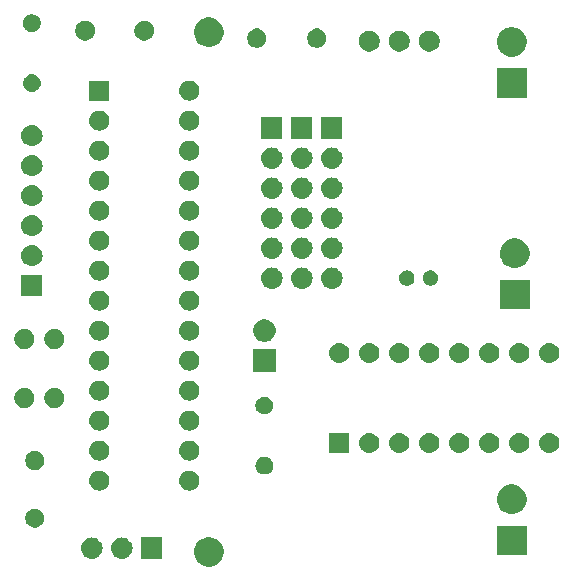
<source format=gts>
G04 #@! TF.GenerationSoftware,KiCad,Pcbnew,(5.1.4)-1*
G04 #@! TF.CreationDate,2019-09-25T21:42:55+02:00*
G04 #@! TF.ProjectId,MicoBot1,4d69636f-426f-4743-912e-6b696361645f,rev?*
G04 #@! TF.SameCoordinates,Original*
G04 #@! TF.FileFunction,Soldermask,Top*
G04 #@! TF.FilePolarity,Negative*
%FSLAX46Y46*%
G04 Gerber Fmt 4.6, Leading zero omitted, Abs format (unit mm)*
G04 Created by KiCad (PCBNEW (5.1.4)-1) date 2019-09-25 21:42:55*
%MOMM*%
%LPD*%
G04 APERTURE LIST*
%ADD10C,0.100000*%
G04 APERTURE END LIST*
D10*
G36*
X118864712Y-145797037D02*
G01*
X118864903Y-145797075D01*
X119092571Y-145891378D01*
X119297466Y-146028285D01*
X119471715Y-146202534D01*
X119608622Y-146407429D01*
X119608623Y-146407431D01*
X119702925Y-146635097D01*
X119747985Y-146861627D01*
X119751000Y-146876787D01*
X119751000Y-147123213D01*
X119702925Y-147364903D01*
X119608622Y-147592571D01*
X119471715Y-147797466D01*
X119297466Y-147971715D01*
X119092571Y-148108622D01*
X119092570Y-148108623D01*
X119092569Y-148108623D01*
X118864903Y-148202925D01*
X118623214Y-148251000D01*
X118376786Y-148251000D01*
X118135097Y-148202925D01*
X117907431Y-148108623D01*
X117907430Y-148108623D01*
X117907429Y-148108622D01*
X117702534Y-147971715D01*
X117528285Y-147797466D01*
X117391378Y-147592571D01*
X117297075Y-147364903D01*
X117249000Y-147123213D01*
X117249000Y-146876787D01*
X117252016Y-146861627D01*
X117297075Y-146635097D01*
X117391377Y-146407431D01*
X117391378Y-146407429D01*
X117528285Y-146202534D01*
X117702534Y-146028285D01*
X117907429Y-145891378D01*
X118135097Y-145797075D01*
X118135288Y-145797037D01*
X118376786Y-145749000D01*
X118623214Y-145749000D01*
X118864712Y-145797037D01*
X118864712Y-145797037D01*
G37*
G36*
X114566000Y-147586000D02*
G01*
X112764000Y-147586000D01*
X112764000Y-145784000D01*
X114566000Y-145784000D01*
X114566000Y-147586000D01*
X114566000Y-147586000D01*
G37*
G36*
X111235443Y-145790519D02*
G01*
X111301627Y-145797037D01*
X111471466Y-145848557D01*
X111627991Y-145932222D01*
X111663729Y-145961552D01*
X111765186Y-146044814D01*
X111848448Y-146146271D01*
X111877778Y-146182009D01*
X111961443Y-146338534D01*
X112012963Y-146508373D01*
X112030359Y-146685000D01*
X112012963Y-146861627D01*
X111961443Y-147031466D01*
X111877778Y-147187991D01*
X111848448Y-147223729D01*
X111765186Y-147325186D01*
X111663729Y-147408448D01*
X111627991Y-147437778D01*
X111471466Y-147521443D01*
X111301627Y-147572963D01*
X111235443Y-147579481D01*
X111169260Y-147586000D01*
X111080740Y-147586000D01*
X111014557Y-147579481D01*
X110948373Y-147572963D01*
X110778534Y-147521443D01*
X110622009Y-147437778D01*
X110586271Y-147408448D01*
X110484814Y-147325186D01*
X110401552Y-147223729D01*
X110372222Y-147187991D01*
X110288557Y-147031466D01*
X110237037Y-146861627D01*
X110219641Y-146685000D01*
X110237037Y-146508373D01*
X110288557Y-146338534D01*
X110372222Y-146182009D01*
X110401552Y-146146271D01*
X110484814Y-146044814D01*
X110586271Y-145961552D01*
X110622009Y-145932222D01*
X110778534Y-145848557D01*
X110948373Y-145797037D01*
X111014557Y-145790519D01*
X111080740Y-145784000D01*
X111169260Y-145784000D01*
X111235443Y-145790519D01*
X111235443Y-145790519D01*
G37*
G36*
X108695443Y-145790519D02*
G01*
X108761627Y-145797037D01*
X108931466Y-145848557D01*
X109087991Y-145932222D01*
X109123729Y-145961552D01*
X109225186Y-146044814D01*
X109308448Y-146146271D01*
X109337778Y-146182009D01*
X109421443Y-146338534D01*
X109472963Y-146508373D01*
X109490359Y-146685000D01*
X109472963Y-146861627D01*
X109421443Y-147031466D01*
X109337778Y-147187991D01*
X109308448Y-147223729D01*
X109225186Y-147325186D01*
X109123729Y-147408448D01*
X109087991Y-147437778D01*
X108931466Y-147521443D01*
X108761627Y-147572963D01*
X108695443Y-147579481D01*
X108629260Y-147586000D01*
X108540740Y-147586000D01*
X108474557Y-147579481D01*
X108408373Y-147572963D01*
X108238534Y-147521443D01*
X108082009Y-147437778D01*
X108046271Y-147408448D01*
X107944814Y-147325186D01*
X107861552Y-147223729D01*
X107832222Y-147187991D01*
X107748557Y-147031466D01*
X107697037Y-146861627D01*
X107679641Y-146685000D01*
X107697037Y-146508373D01*
X107748557Y-146338534D01*
X107832222Y-146182009D01*
X107861552Y-146146271D01*
X107944814Y-146044814D01*
X108046271Y-145961552D01*
X108082009Y-145932222D01*
X108238534Y-145848557D01*
X108408373Y-145797037D01*
X108474557Y-145790519D01*
X108540740Y-145784000D01*
X108629260Y-145784000D01*
X108695443Y-145790519D01*
X108695443Y-145790519D01*
G37*
G36*
X145396000Y-147301000D02*
G01*
X142894000Y-147301000D01*
X142894000Y-144799000D01*
X145396000Y-144799000D01*
X145396000Y-147301000D01*
X145396000Y-147301000D01*
G37*
G36*
X103992642Y-143374781D02*
G01*
X104138414Y-143435162D01*
X104138416Y-143435163D01*
X104269608Y-143522822D01*
X104381178Y-143634392D01*
X104468837Y-143765584D01*
X104468838Y-143765586D01*
X104529219Y-143911358D01*
X104560000Y-144066107D01*
X104560000Y-144223893D01*
X104529219Y-144378642D01*
X104468838Y-144524414D01*
X104468837Y-144524416D01*
X104381178Y-144655608D01*
X104269608Y-144767178D01*
X104138416Y-144854837D01*
X104138415Y-144854838D01*
X104138414Y-144854838D01*
X103992642Y-144915219D01*
X103837893Y-144946000D01*
X103680107Y-144946000D01*
X103525358Y-144915219D01*
X103379586Y-144854838D01*
X103379585Y-144854838D01*
X103379584Y-144854837D01*
X103248392Y-144767178D01*
X103136822Y-144655608D01*
X103049163Y-144524416D01*
X103049162Y-144524414D01*
X102988781Y-144378642D01*
X102958000Y-144223893D01*
X102958000Y-144066107D01*
X102988781Y-143911358D01*
X103049162Y-143765586D01*
X103049163Y-143765584D01*
X103136822Y-143634392D01*
X103248392Y-143522822D01*
X103379584Y-143435163D01*
X103379586Y-143435162D01*
X103525358Y-143374781D01*
X103680107Y-143344000D01*
X103837893Y-143344000D01*
X103992642Y-143374781D01*
X103992642Y-143374781D01*
G37*
G36*
X144509903Y-141347075D02*
G01*
X144737571Y-141441378D01*
X144942466Y-141578285D01*
X145116715Y-141752534D01*
X145253622Y-141957429D01*
X145347925Y-142185097D01*
X145396000Y-142426787D01*
X145396000Y-142673213D01*
X145347925Y-142914903D01*
X145253622Y-143142571D01*
X145116715Y-143347466D01*
X144942466Y-143521715D01*
X144737571Y-143658622D01*
X144737570Y-143658623D01*
X144737569Y-143658623D01*
X144509903Y-143752925D01*
X144268214Y-143801000D01*
X144021786Y-143801000D01*
X143780097Y-143752925D01*
X143552431Y-143658623D01*
X143552430Y-143658623D01*
X143552429Y-143658622D01*
X143347534Y-143521715D01*
X143173285Y-143347466D01*
X143036378Y-143142571D01*
X142942075Y-142914903D01*
X142894000Y-142673213D01*
X142894000Y-142426787D01*
X142942075Y-142185097D01*
X143036378Y-141957429D01*
X143173285Y-141752534D01*
X143347534Y-141578285D01*
X143552429Y-141441378D01*
X143780097Y-141347075D01*
X144021786Y-141299000D01*
X144268214Y-141299000D01*
X144509903Y-141347075D01*
X144509903Y-141347075D01*
G37*
G36*
X117006823Y-140131313D02*
G01*
X117167242Y-140179976D01*
X117267578Y-140233607D01*
X117315078Y-140258996D01*
X117444659Y-140365341D01*
X117551004Y-140494922D01*
X117551005Y-140494924D01*
X117630024Y-140642758D01*
X117678687Y-140803177D01*
X117695117Y-140970000D01*
X117678687Y-141136823D01*
X117630024Y-141297242D01*
X117559114Y-141429906D01*
X117551004Y-141445078D01*
X117444659Y-141574659D01*
X117315078Y-141681004D01*
X117315076Y-141681005D01*
X117167242Y-141760024D01*
X117006823Y-141808687D01*
X116881804Y-141821000D01*
X116798196Y-141821000D01*
X116673177Y-141808687D01*
X116512758Y-141760024D01*
X116364924Y-141681005D01*
X116364922Y-141681004D01*
X116235341Y-141574659D01*
X116128996Y-141445078D01*
X116120886Y-141429906D01*
X116049976Y-141297242D01*
X116001313Y-141136823D01*
X115984883Y-140970000D01*
X116001313Y-140803177D01*
X116049976Y-140642758D01*
X116128995Y-140494924D01*
X116128996Y-140494922D01*
X116235341Y-140365341D01*
X116364922Y-140258996D01*
X116412422Y-140233607D01*
X116512758Y-140179976D01*
X116673177Y-140131313D01*
X116798196Y-140119000D01*
X116881804Y-140119000D01*
X117006823Y-140131313D01*
X117006823Y-140131313D01*
G37*
G36*
X109386823Y-140131313D02*
G01*
X109547242Y-140179976D01*
X109647578Y-140233607D01*
X109695078Y-140258996D01*
X109824659Y-140365341D01*
X109931004Y-140494922D01*
X109931005Y-140494924D01*
X110010024Y-140642758D01*
X110058687Y-140803177D01*
X110075117Y-140970000D01*
X110058687Y-141136823D01*
X110010024Y-141297242D01*
X109939114Y-141429906D01*
X109931004Y-141445078D01*
X109824659Y-141574659D01*
X109695078Y-141681004D01*
X109695076Y-141681005D01*
X109547242Y-141760024D01*
X109386823Y-141808687D01*
X109261804Y-141821000D01*
X109178196Y-141821000D01*
X109053177Y-141808687D01*
X108892758Y-141760024D01*
X108744924Y-141681005D01*
X108744922Y-141681004D01*
X108615341Y-141574659D01*
X108508996Y-141445078D01*
X108500886Y-141429906D01*
X108429976Y-141297242D01*
X108381313Y-141136823D01*
X108364883Y-140970000D01*
X108381313Y-140803177D01*
X108429976Y-140642758D01*
X108508995Y-140494924D01*
X108508996Y-140494922D01*
X108615341Y-140365341D01*
X108744922Y-140258996D01*
X108792422Y-140233607D01*
X108892758Y-140179976D01*
X109053177Y-140131313D01*
X109178196Y-140119000D01*
X109261804Y-140119000D01*
X109386823Y-140131313D01*
X109386823Y-140131313D01*
G37*
G36*
X123263665Y-138952622D02*
G01*
X123337222Y-138959867D01*
X123478786Y-139002810D01*
X123609252Y-139072546D01*
X123639040Y-139096992D01*
X123723607Y-139166393D01*
X123793008Y-139250960D01*
X123817454Y-139280748D01*
X123887190Y-139411214D01*
X123930133Y-139552778D01*
X123944633Y-139700000D01*
X123930133Y-139847222D01*
X123887190Y-139988786D01*
X123817454Y-140119252D01*
X123807555Y-140131314D01*
X123723607Y-140233607D01*
X123639040Y-140303008D01*
X123609252Y-140327454D01*
X123478786Y-140397190D01*
X123337222Y-140440133D01*
X123263665Y-140447378D01*
X123226888Y-140451000D01*
X123153112Y-140451000D01*
X123116335Y-140447378D01*
X123042778Y-140440133D01*
X122901214Y-140397190D01*
X122770748Y-140327454D01*
X122740960Y-140303008D01*
X122656393Y-140233607D01*
X122572445Y-140131314D01*
X122562546Y-140119252D01*
X122492810Y-139988786D01*
X122449867Y-139847222D01*
X122435367Y-139700000D01*
X122449867Y-139552778D01*
X122492810Y-139411214D01*
X122562546Y-139280748D01*
X122586992Y-139250960D01*
X122656393Y-139166393D01*
X122740960Y-139096992D01*
X122770748Y-139072546D01*
X122901214Y-139002810D01*
X123042778Y-138959867D01*
X123116335Y-138952622D01*
X123153112Y-138949000D01*
X123226888Y-138949000D01*
X123263665Y-138952622D01*
X123263665Y-138952622D01*
G37*
G36*
X103992642Y-138494781D02*
G01*
X104138414Y-138555162D01*
X104138416Y-138555163D01*
X104269608Y-138642822D01*
X104381178Y-138754392D01*
X104383080Y-138757239D01*
X104468838Y-138885586D01*
X104529219Y-139031358D01*
X104560000Y-139186107D01*
X104560000Y-139343893D01*
X104529219Y-139498642D01*
X104506795Y-139552778D01*
X104468837Y-139644416D01*
X104381178Y-139775608D01*
X104269608Y-139887178D01*
X104138416Y-139974837D01*
X104138415Y-139974838D01*
X104138414Y-139974838D01*
X103992642Y-140035219D01*
X103837893Y-140066000D01*
X103680107Y-140066000D01*
X103525358Y-140035219D01*
X103379586Y-139974838D01*
X103379585Y-139974838D01*
X103379584Y-139974837D01*
X103248392Y-139887178D01*
X103136822Y-139775608D01*
X103049163Y-139644416D01*
X103011205Y-139552778D01*
X102988781Y-139498642D01*
X102958000Y-139343893D01*
X102958000Y-139186107D01*
X102988781Y-139031358D01*
X103049162Y-138885586D01*
X103134920Y-138757239D01*
X103136822Y-138754392D01*
X103248392Y-138642822D01*
X103379584Y-138555163D01*
X103379586Y-138555162D01*
X103525358Y-138494781D01*
X103680107Y-138464000D01*
X103837893Y-138464000D01*
X103992642Y-138494781D01*
X103992642Y-138494781D01*
G37*
G36*
X117006823Y-137591313D02*
G01*
X117167242Y-137639976D01*
X117299906Y-137710886D01*
X117315078Y-137718996D01*
X117444659Y-137825341D01*
X117551004Y-137954922D01*
X117551005Y-137954924D01*
X117630024Y-138102758D01*
X117678687Y-138263177D01*
X117695117Y-138430000D01*
X117678687Y-138596823D01*
X117630024Y-138757242D01*
X117561424Y-138885584D01*
X117551004Y-138905078D01*
X117444659Y-139034659D01*
X117315078Y-139141004D01*
X117315076Y-139141005D01*
X117167242Y-139220024D01*
X117006823Y-139268687D01*
X116881804Y-139281000D01*
X116798196Y-139281000D01*
X116673177Y-139268687D01*
X116512758Y-139220024D01*
X116364924Y-139141005D01*
X116364922Y-139141004D01*
X116235341Y-139034659D01*
X116128996Y-138905078D01*
X116118576Y-138885584D01*
X116049976Y-138757242D01*
X116001313Y-138596823D01*
X115984883Y-138430000D01*
X116001313Y-138263177D01*
X116049976Y-138102758D01*
X116128995Y-137954924D01*
X116128996Y-137954922D01*
X116235341Y-137825341D01*
X116364922Y-137718996D01*
X116380094Y-137710886D01*
X116512758Y-137639976D01*
X116673177Y-137591313D01*
X116798196Y-137579000D01*
X116881804Y-137579000D01*
X117006823Y-137591313D01*
X117006823Y-137591313D01*
G37*
G36*
X109386823Y-137591313D02*
G01*
X109547242Y-137639976D01*
X109679906Y-137710886D01*
X109695078Y-137718996D01*
X109824659Y-137825341D01*
X109931004Y-137954922D01*
X109931005Y-137954924D01*
X110010024Y-138102758D01*
X110058687Y-138263177D01*
X110075117Y-138430000D01*
X110058687Y-138596823D01*
X110010024Y-138757242D01*
X109941424Y-138885584D01*
X109931004Y-138905078D01*
X109824659Y-139034659D01*
X109695078Y-139141004D01*
X109695076Y-139141005D01*
X109547242Y-139220024D01*
X109386823Y-139268687D01*
X109261804Y-139281000D01*
X109178196Y-139281000D01*
X109053177Y-139268687D01*
X108892758Y-139220024D01*
X108744924Y-139141005D01*
X108744922Y-139141004D01*
X108615341Y-139034659D01*
X108508996Y-138905078D01*
X108498576Y-138885584D01*
X108429976Y-138757242D01*
X108381313Y-138596823D01*
X108364883Y-138430000D01*
X108381313Y-138263177D01*
X108429976Y-138102758D01*
X108508995Y-137954924D01*
X108508996Y-137954922D01*
X108615341Y-137825341D01*
X108744922Y-137718996D01*
X108760094Y-137710886D01*
X108892758Y-137639976D01*
X109053177Y-137591313D01*
X109178196Y-137579000D01*
X109261804Y-137579000D01*
X109386823Y-137591313D01*
X109386823Y-137591313D01*
G37*
G36*
X139866823Y-136956313D02*
G01*
X140027242Y-137004976D01*
X140159906Y-137075886D01*
X140175078Y-137083996D01*
X140304659Y-137190341D01*
X140411004Y-137319922D01*
X140411005Y-137319924D01*
X140490024Y-137467758D01*
X140538687Y-137628177D01*
X140555117Y-137795000D01*
X140538687Y-137961823D01*
X140490024Y-138122242D01*
X140419114Y-138254906D01*
X140411004Y-138270078D01*
X140304659Y-138399659D01*
X140175078Y-138506004D01*
X140175076Y-138506005D01*
X140027242Y-138585024D01*
X139866823Y-138633687D01*
X139741804Y-138646000D01*
X139658196Y-138646000D01*
X139533177Y-138633687D01*
X139372758Y-138585024D01*
X139224924Y-138506005D01*
X139224922Y-138506004D01*
X139095341Y-138399659D01*
X138988996Y-138270078D01*
X138980886Y-138254906D01*
X138909976Y-138122242D01*
X138861313Y-137961823D01*
X138844883Y-137795000D01*
X138861313Y-137628177D01*
X138909976Y-137467758D01*
X138988995Y-137319924D01*
X138988996Y-137319922D01*
X139095341Y-137190341D01*
X139224922Y-137083996D01*
X139240094Y-137075886D01*
X139372758Y-137004976D01*
X139533177Y-136956313D01*
X139658196Y-136944000D01*
X139741804Y-136944000D01*
X139866823Y-136956313D01*
X139866823Y-136956313D01*
G37*
G36*
X130391000Y-138646000D02*
G01*
X128689000Y-138646000D01*
X128689000Y-136944000D01*
X130391000Y-136944000D01*
X130391000Y-138646000D01*
X130391000Y-138646000D01*
G37*
G36*
X132246823Y-136956313D02*
G01*
X132407242Y-137004976D01*
X132539906Y-137075886D01*
X132555078Y-137083996D01*
X132684659Y-137190341D01*
X132791004Y-137319922D01*
X132791005Y-137319924D01*
X132870024Y-137467758D01*
X132918687Y-137628177D01*
X132935117Y-137795000D01*
X132918687Y-137961823D01*
X132870024Y-138122242D01*
X132799114Y-138254906D01*
X132791004Y-138270078D01*
X132684659Y-138399659D01*
X132555078Y-138506004D01*
X132555076Y-138506005D01*
X132407242Y-138585024D01*
X132246823Y-138633687D01*
X132121804Y-138646000D01*
X132038196Y-138646000D01*
X131913177Y-138633687D01*
X131752758Y-138585024D01*
X131604924Y-138506005D01*
X131604922Y-138506004D01*
X131475341Y-138399659D01*
X131368996Y-138270078D01*
X131360886Y-138254906D01*
X131289976Y-138122242D01*
X131241313Y-137961823D01*
X131224883Y-137795000D01*
X131241313Y-137628177D01*
X131289976Y-137467758D01*
X131368995Y-137319924D01*
X131368996Y-137319922D01*
X131475341Y-137190341D01*
X131604922Y-137083996D01*
X131620094Y-137075886D01*
X131752758Y-137004976D01*
X131913177Y-136956313D01*
X132038196Y-136944000D01*
X132121804Y-136944000D01*
X132246823Y-136956313D01*
X132246823Y-136956313D01*
G37*
G36*
X134786823Y-136956313D02*
G01*
X134947242Y-137004976D01*
X135079906Y-137075886D01*
X135095078Y-137083996D01*
X135224659Y-137190341D01*
X135331004Y-137319922D01*
X135331005Y-137319924D01*
X135410024Y-137467758D01*
X135458687Y-137628177D01*
X135475117Y-137795000D01*
X135458687Y-137961823D01*
X135410024Y-138122242D01*
X135339114Y-138254906D01*
X135331004Y-138270078D01*
X135224659Y-138399659D01*
X135095078Y-138506004D01*
X135095076Y-138506005D01*
X134947242Y-138585024D01*
X134786823Y-138633687D01*
X134661804Y-138646000D01*
X134578196Y-138646000D01*
X134453177Y-138633687D01*
X134292758Y-138585024D01*
X134144924Y-138506005D01*
X134144922Y-138506004D01*
X134015341Y-138399659D01*
X133908996Y-138270078D01*
X133900886Y-138254906D01*
X133829976Y-138122242D01*
X133781313Y-137961823D01*
X133764883Y-137795000D01*
X133781313Y-137628177D01*
X133829976Y-137467758D01*
X133908995Y-137319924D01*
X133908996Y-137319922D01*
X134015341Y-137190341D01*
X134144922Y-137083996D01*
X134160094Y-137075886D01*
X134292758Y-137004976D01*
X134453177Y-136956313D01*
X134578196Y-136944000D01*
X134661804Y-136944000D01*
X134786823Y-136956313D01*
X134786823Y-136956313D01*
G37*
G36*
X142406823Y-136956313D02*
G01*
X142567242Y-137004976D01*
X142699906Y-137075886D01*
X142715078Y-137083996D01*
X142844659Y-137190341D01*
X142951004Y-137319922D01*
X142951005Y-137319924D01*
X143030024Y-137467758D01*
X143078687Y-137628177D01*
X143095117Y-137795000D01*
X143078687Y-137961823D01*
X143030024Y-138122242D01*
X142959114Y-138254906D01*
X142951004Y-138270078D01*
X142844659Y-138399659D01*
X142715078Y-138506004D01*
X142715076Y-138506005D01*
X142567242Y-138585024D01*
X142406823Y-138633687D01*
X142281804Y-138646000D01*
X142198196Y-138646000D01*
X142073177Y-138633687D01*
X141912758Y-138585024D01*
X141764924Y-138506005D01*
X141764922Y-138506004D01*
X141635341Y-138399659D01*
X141528996Y-138270078D01*
X141520886Y-138254906D01*
X141449976Y-138122242D01*
X141401313Y-137961823D01*
X141384883Y-137795000D01*
X141401313Y-137628177D01*
X141449976Y-137467758D01*
X141528995Y-137319924D01*
X141528996Y-137319922D01*
X141635341Y-137190341D01*
X141764922Y-137083996D01*
X141780094Y-137075886D01*
X141912758Y-137004976D01*
X142073177Y-136956313D01*
X142198196Y-136944000D01*
X142281804Y-136944000D01*
X142406823Y-136956313D01*
X142406823Y-136956313D01*
G37*
G36*
X147486823Y-136956313D02*
G01*
X147647242Y-137004976D01*
X147779906Y-137075886D01*
X147795078Y-137083996D01*
X147924659Y-137190341D01*
X148031004Y-137319922D01*
X148031005Y-137319924D01*
X148110024Y-137467758D01*
X148158687Y-137628177D01*
X148175117Y-137795000D01*
X148158687Y-137961823D01*
X148110024Y-138122242D01*
X148039114Y-138254906D01*
X148031004Y-138270078D01*
X147924659Y-138399659D01*
X147795078Y-138506004D01*
X147795076Y-138506005D01*
X147647242Y-138585024D01*
X147486823Y-138633687D01*
X147361804Y-138646000D01*
X147278196Y-138646000D01*
X147153177Y-138633687D01*
X146992758Y-138585024D01*
X146844924Y-138506005D01*
X146844922Y-138506004D01*
X146715341Y-138399659D01*
X146608996Y-138270078D01*
X146600886Y-138254906D01*
X146529976Y-138122242D01*
X146481313Y-137961823D01*
X146464883Y-137795000D01*
X146481313Y-137628177D01*
X146529976Y-137467758D01*
X146608995Y-137319924D01*
X146608996Y-137319922D01*
X146715341Y-137190341D01*
X146844922Y-137083996D01*
X146860094Y-137075886D01*
X146992758Y-137004976D01*
X147153177Y-136956313D01*
X147278196Y-136944000D01*
X147361804Y-136944000D01*
X147486823Y-136956313D01*
X147486823Y-136956313D01*
G37*
G36*
X137326823Y-136956313D02*
G01*
X137487242Y-137004976D01*
X137619906Y-137075886D01*
X137635078Y-137083996D01*
X137764659Y-137190341D01*
X137871004Y-137319922D01*
X137871005Y-137319924D01*
X137950024Y-137467758D01*
X137998687Y-137628177D01*
X138015117Y-137795000D01*
X137998687Y-137961823D01*
X137950024Y-138122242D01*
X137879114Y-138254906D01*
X137871004Y-138270078D01*
X137764659Y-138399659D01*
X137635078Y-138506004D01*
X137635076Y-138506005D01*
X137487242Y-138585024D01*
X137326823Y-138633687D01*
X137201804Y-138646000D01*
X137118196Y-138646000D01*
X136993177Y-138633687D01*
X136832758Y-138585024D01*
X136684924Y-138506005D01*
X136684922Y-138506004D01*
X136555341Y-138399659D01*
X136448996Y-138270078D01*
X136440886Y-138254906D01*
X136369976Y-138122242D01*
X136321313Y-137961823D01*
X136304883Y-137795000D01*
X136321313Y-137628177D01*
X136369976Y-137467758D01*
X136448995Y-137319924D01*
X136448996Y-137319922D01*
X136555341Y-137190341D01*
X136684922Y-137083996D01*
X136700094Y-137075886D01*
X136832758Y-137004976D01*
X136993177Y-136956313D01*
X137118196Y-136944000D01*
X137201804Y-136944000D01*
X137326823Y-136956313D01*
X137326823Y-136956313D01*
G37*
G36*
X144946823Y-136956313D02*
G01*
X145107242Y-137004976D01*
X145239906Y-137075886D01*
X145255078Y-137083996D01*
X145384659Y-137190341D01*
X145491004Y-137319922D01*
X145491005Y-137319924D01*
X145570024Y-137467758D01*
X145618687Y-137628177D01*
X145635117Y-137795000D01*
X145618687Y-137961823D01*
X145570024Y-138122242D01*
X145499114Y-138254906D01*
X145491004Y-138270078D01*
X145384659Y-138399659D01*
X145255078Y-138506004D01*
X145255076Y-138506005D01*
X145107242Y-138585024D01*
X144946823Y-138633687D01*
X144821804Y-138646000D01*
X144738196Y-138646000D01*
X144613177Y-138633687D01*
X144452758Y-138585024D01*
X144304924Y-138506005D01*
X144304922Y-138506004D01*
X144175341Y-138399659D01*
X144068996Y-138270078D01*
X144060886Y-138254906D01*
X143989976Y-138122242D01*
X143941313Y-137961823D01*
X143924883Y-137795000D01*
X143941313Y-137628177D01*
X143989976Y-137467758D01*
X144068995Y-137319924D01*
X144068996Y-137319922D01*
X144175341Y-137190341D01*
X144304922Y-137083996D01*
X144320094Y-137075886D01*
X144452758Y-137004976D01*
X144613177Y-136956313D01*
X144738196Y-136944000D01*
X144821804Y-136944000D01*
X144946823Y-136956313D01*
X144946823Y-136956313D01*
G37*
G36*
X117006823Y-135051313D02*
G01*
X117137380Y-135090917D01*
X117163145Y-135098733D01*
X117167242Y-135099976D01*
X117299906Y-135170886D01*
X117315078Y-135178996D01*
X117444659Y-135285341D01*
X117551004Y-135414922D01*
X117551005Y-135414924D01*
X117630024Y-135562758D01*
X117678687Y-135723177D01*
X117695117Y-135890000D01*
X117678687Y-136056823D01*
X117630024Y-136217242D01*
X117559114Y-136349906D01*
X117551004Y-136365078D01*
X117444659Y-136494659D01*
X117315078Y-136601004D01*
X117315076Y-136601005D01*
X117167242Y-136680024D01*
X117006823Y-136728687D01*
X116881804Y-136741000D01*
X116798196Y-136741000D01*
X116673177Y-136728687D01*
X116512758Y-136680024D01*
X116364924Y-136601005D01*
X116364922Y-136601004D01*
X116235341Y-136494659D01*
X116128996Y-136365078D01*
X116120886Y-136349906D01*
X116049976Y-136217242D01*
X116001313Y-136056823D01*
X115984883Y-135890000D01*
X116001313Y-135723177D01*
X116049976Y-135562758D01*
X116128995Y-135414924D01*
X116128996Y-135414922D01*
X116235341Y-135285341D01*
X116364922Y-135178996D01*
X116380094Y-135170886D01*
X116512758Y-135099976D01*
X116516856Y-135098733D01*
X116542620Y-135090917D01*
X116673177Y-135051313D01*
X116798196Y-135039000D01*
X116881804Y-135039000D01*
X117006823Y-135051313D01*
X117006823Y-135051313D01*
G37*
G36*
X109386823Y-135051313D02*
G01*
X109517380Y-135090917D01*
X109543145Y-135098733D01*
X109547242Y-135099976D01*
X109679906Y-135170886D01*
X109695078Y-135178996D01*
X109824659Y-135285341D01*
X109931004Y-135414922D01*
X109931005Y-135414924D01*
X110010024Y-135562758D01*
X110058687Y-135723177D01*
X110075117Y-135890000D01*
X110058687Y-136056823D01*
X110010024Y-136217242D01*
X109939114Y-136349906D01*
X109931004Y-136365078D01*
X109824659Y-136494659D01*
X109695078Y-136601004D01*
X109695076Y-136601005D01*
X109547242Y-136680024D01*
X109386823Y-136728687D01*
X109261804Y-136741000D01*
X109178196Y-136741000D01*
X109053177Y-136728687D01*
X108892758Y-136680024D01*
X108744924Y-136601005D01*
X108744922Y-136601004D01*
X108615341Y-136494659D01*
X108508996Y-136365078D01*
X108500886Y-136349906D01*
X108429976Y-136217242D01*
X108381313Y-136056823D01*
X108364883Y-135890000D01*
X108381313Y-135723177D01*
X108429976Y-135562758D01*
X108508995Y-135414924D01*
X108508996Y-135414922D01*
X108615341Y-135285341D01*
X108744922Y-135178996D01*
X108760094Y-135170886D01*
X108892758Y-135099976D01*
X108896856Y-135098733D01*
X108922620Y-135090917D01*
X109053177Y-135051313D01*
X109178196Y-135039000D01*
X109261804Y-135039000D01*
X109386823Y-135051313D01*
X109386823Y-135051313D01*
G37*
G36*
X123409059Y-133897860D02*
G01*
X123545732Y-133954472D01*
X123668735Y-134036660D01*
X123773340Y-134141265D01*
X123855528Y-134264268D01*
X123912140Y-134400941D01*
X123941000Y-134546033D01*
X123941000Y-134693967D01*
X123912140Y-134839059D01*
X123855528Y-134975732D01*
X123773340Y-135098735D01*
X123668735Y-135203340D01*
X123545732Y-135285528D01*
X123545731Y-135285529D01*
X123545730Y-135285529D01*
X123409059Y-135342140D01*
X123263968Y-135371000D01*
X123116032Y-135371000D01*
X122970941Y-135342140D01*
X122834270Y-135285529D01*
X122834269Y-135285529D01*
X122834268Y-135285528D01*
X122711265Y-135203340D01*
X122606660Y-135098735D01*
X122524472Y-134975732D01*
X122467860Y-134839059D01*
X122439000Y-134693967D01*
X122439000Y-134546033D01*
X122467860Y-134400941D01*
X122524472Y-134264268D01*
X122606660Y-134141265D01*
X122711265Y-134036660D01*
X122834268Y-133954472D01*
X122970941Y-133897860D01*
X123116032Y-133869000D01*
X123263968Y-133869000D01*
X123409059Y-133897860D01*
X123409059Y-133897860D01*
G37*
G36*
X103118228Y-133166703D02*
G01*
X103273100Y-133230853D01*
X103412481Y-133323985D01*
X103531015Y-133442519D01*
X103624147Y-133581900D01*
X103688297Y-133736772D01*
X103721000Y-133901184D01*
X103721000Y-134068816D01*
X103688297Y-134233228D01*
X103624147Y-134388100D01*
X103531015Y-134527481D01*
X103412481Y-134646015D01*
X103273100Y-134739147D01*
X103118228Y-134803297D01*
X102953816Y-134836000D01*
X102786184Y-134836000D01*
X102621772Y-134803297D01*
X102466900Y-134739147D01*
X102327519Y-134646015D01*
X102208985Y-134527481D01*
X102115853Y-134388100D01*
X102051703Y-134233228D01*
X102019000Y-134068816D01*
X102019000Y-133901184D01*
X102051703Y-133736772D01*
X102115853Y-133581900D01*
X102208985Y-133442519D01*
X102327519Y-133323985D01*
X102466900Y-133230853D01*
X102621772Y-133166703D01*
X102786184Y-133134000D01*
X102953816Y-133134000D01*
X103118228Y-133166703D01*
X103118228Y-133166703D01*
G37*
G36*
X105658228Y-133166703D02*
G01*
X105813100Y-133230853D01*
X105952481Y-133323985D01*
X106071015Y-133442519D01*
X106164147Y-133581900D01*
X106228297Y-133736772D01*
X106261000Y-133901184D01*
X106261000Y-134068816D01*
X106228297Y-134233228D01*
X106164147Y-134388100D01*
X106071015Y-134527481D01*
X105952481Y-134646015D01*
X105813100Y-134739147D01*
X105658228Y-134803297D01*
X105493816Y-134836000D01*
X105326184Y-134836000D01*
X105161772Y-134803297D01*
X105006900Y-134739147D01*
X104867519Y-134646015D01*
X104748985Y-134527481D01*
X104655853Y-134388100D01*
X104591703Y-134233228D01*
X104559000Y-134068816D01*
X104559000Y-133901184D01*
X104591703Y-133736772D01*
X104655853Y-133581900D01*
X104748985Y-133442519D01*
X104867519Y-133323985D01*
X105006900Y-133230853D01*
X105161772Y-133166703D01*
X105326184Y-133134000D01*
X105493816Y-133134000D01*
X105658228Y-133166703D01*
X105658228Y-133166703D01*
G37*
G36*
X109386823Y-132511313D02*
G01*
X109547242Y-132559976D01*
X109679906Y-132630886D01*
X109695078Y-132638996D01*
X109824659Y-132745341D01*
X109931004Y-132874922D01*
X109931005Y-132874924D01*
X110010024Y-133022758D01*
X110058687Y-133183177D01*
X110075117Y-133350000D01*
X110058687Y-133516823D01*
X110010024Y-133677242D01*
X109939114Y-133809906D01*
X109931004Y-133825078D01*
X109824659Y-133954659D01*
X109695078Y-134061004D01*
X109695076Y-134061005D01*
X109547242Y-134140024D01*
X109547239Y-134140025D01*
X109517380Y-134149083D01*
X109386823Y-134188687D01*
X109261804Y-134201000D01*
X109178196Y-134201000D01*
X109053177Y-134188687D01*
X108922620Y-134149083D01*
X108892761Y-134140025D01*
X108892758Y-134140024D01*
X108744924Y-134061005D01*
X108744922Y-134061004D01*
X108615341Y-133954659D01*
X108508996Y-133825078D01*
X108500886Y-133809906D01*
X108429976Y-133677242D01*
X108381313Y-133516823D01*
X108364883Y-133350000D01*
X108381313Y-133183177D01*
X108429976Y-133022758D01*
X108508995Y-132874924D01*
X108508996Y-132874922D01*
X108615341Y-132745341D01*
X108744922Y-132638996D01*
X108760094Y-132630886D01*
X108892758Y-132559976D01*
X109053177Y-132511313D01*
X109178196Y-132499000D01*
X109261804Y-132499000D01*
X109386823Y-132511313D01*
X109386823Y-132511313D01*
G37*
G36*
X117006823Y-132511313D02*
G01*
X117167242Y-132559976D01*
X117299906Y-132630886D01*
X117315078Y-132638996D01*
X117444659Y-132745341D01*
X117551004Y-132874922D01*
X117551005Y-132874924D01*
X117630024Y-133022758D01*
X117678687Y-133183177D01*
X117695117Y-133350000D01*
X117678687Y-133516823D01*
X117630024Y-133677242D01*
X117559114Y-133809906D01*
X117551004Y-133825078D01*
X117444659Y-133954659D01*
X117315078Y-134061004D01*
X117315076Y-134061005D01*
X117167242Y-134140024D01*
X117167239Y-134140025D01*
X117137380Y-134149083D01*
X117006823Y-134188687D01*
X116881804Y-134201000D01*
X116798196Y-134201000D01*
X116673177Y-134188687D01*
X116542620Y-134149083D01*
X116512761Y-134140025D01*
X116512758Y-134140024D01*
X116364924Y-134061005D01*
X116364922Y-134061004D01*
X116235341Y-133954659D01*
X116128996Y-133825078D01*
X116120886Y-133809906D01*
X116049976Y-133677242D01*
X116001313Y-133516823D01*
X115984883Y-133350000D01*
X116001313Y-133183177D01*
X116049976Y-133022758D01*
X116128995Y-132874924D01*
X116128996Y-132874922D01*
X116235341Y-132745341D01*
X116364922Y-132638996D01*
X116380094Y-132630886D01*
X116512758Y-132559976D01*
X116673177Y-132511313D01*
X116798196Y-132499000D01*
X116881804Y-132499000D01*
X117006823Y-132511313D01*
X117006823Y-132511313D01*
G37*
G36*
X124141000Y-131761000D02*
G01*
X122239000Y-131761000D01*
X122239000Y-129859000D01*
X124141000Y-129859000D01*
X124141000Y-131761000D01*
X124141000Y-131761000D01*
G37*
G36*
X109386823Y-129971313D02*
G01*
X109547242Y-130019976D01*
X109679906Y-130090886D01*
X109695078Y-130098996D01*
X109824659Y-130205341D01*
X109931004Y-130334922D01*
X109931005Y-130334924D01*
X110010024Y-130482758D01*
X110058687Y-130643177D01*
X110075117Y-130810000D01*
X110058687Y-130976823D01*
X110010024Y-131137242D01*
X109939114Y-131269906D01*
X109931004Y-131285078D01*
X109824659Y-131414659D01*
X109695078Y-131521004D01*
X109695076Y-131521005D01*
X109547242Y-131600024D01*
X109386823Y-131648687D01*
X109261804Y-131661000D01*
X109178196Y-131661000D01*
X109053177Y-131648687D01*
X108892758Y-131600024D01*
X108744924Y-131521005D01*
X108744922Y-131521004D01*
X108615341Y-131414659D01*
X108508996Y-131285078D01*
X108500886Y-131269906D01*
X108429976Y-131137242D01*
X108381313Y-130976823D01*
X108364883Y-130810000D01*
X108381313Y-130643177D01*
X108429976Y-130482758D01*
X108508995Y-130334924D01*
X108508996Y-130334922D01*
X108615341Y-130205341D01*
X108744922Y-130098996D01*
X108760094Y-130090886D01*
X108892758Y-130019976D01*
X109053177Y-129971313D01*
X109178196Y-129959000D01*
X109261804Y-129959000D01*
X109386823Y-129971313D01*
X109386823Y-129971313D01*
G37*
G36*
X117006823Y-129971313D02*
G01*
X117167242Y-130019976D01*
X117299906Y-130090886D01*
X117315078Y-130098996D01*
X117444659Y-130205341D01*
X117551004Y-130334922D01*
X117551005Y-130334924D01*
X117630024Y-130482758D01*
X117678687Y-130643177D01*
X117695117Y-130810000D01*
X117678687Y-130976823D01*
X117630024Y-131137242D01*
X117559114Y-131269906D01*
X117551004Y-131285078D01*
X117444659Y-131414659D01*
X117315078Y-131521004D01*
X117315076Y-131521005D01*
X117167242Y-131600024D01*
X117006823Y-131648687D01*
X116881804Y-131661000D01*
X116798196Y-131661000D01*
X116673177Y-131648687D01*
X116512758Y-131600024D01*
X116364924Y-131521005D01*
X116364922Y-131521004D01*
X116235341Y-131414659D01*
X116128996Y-131285078D01*
X116120886Y-131269906D01*
X116049976Y-131137242D01*
X116001313Y-130976823D01*
X115984883Y-130810000D01*
X116001313Y-130643177D01*
X116049976Y-130482758D01*
X116128995Y-130334924D01*
X116128996Y-130334922D01*
X116235341Y-130205341D01*
X116364922Y-130098996D01*
X116380094Y-130090886D01*
X116512758Y-130019976D01*
X116673177Y-129971313D01*
X116798196Y-129959000D01*
X116881804Y-129959000D01*
X117006823Y-129971313D01*
X117006823Y-129971313D01*
G37*
G36*
X147486823Y-129336313D02*
G01*
X147647242Y-129384976D01*
X147779906Y-129455886D01*
X147795078Y-129463996D01*
X147924659Y-129570341D01*
X148031004Y-129699922D01*
X148031005Y-129699924D01*
X148110024Y-129847758D01*
X148158687Y-130008177D01*
X148175117Y-130175000D01*
X148158687Y-130341823D01*
X148110024Y-130502242D01*
X148039114Y-130634906D01*
X148031004Y-130650078D01*
X147924659Y-130779659D01*
X147795078Y-130886004D01*
X147795076Y-130886005D01*
X147647242Y-130965024D01*
X147486823Y-131013687D01*
X147361804Y-131026000D01*
X147278196Y-131026000D01*
X147153177Y-131013687D01*
X146992758Y-130965024D01*
X146844924Y-130886005D01*
X146844922Y-130886004D01*
X146715341Y-130779659D01*
X146608996Y-130650078D01*
X146600886Y-130634906D01*
X146529976Y-130502242D01*
X146481313Y-130341823D01*
X146464883Y-130175000D01*
X146481313Y-130008177D01*
X146529976Y-129847758D01*
X146608995Y-129699924D01*
X146608996Y-129699922D01*
X146715341Y-129570341D01*
X146844922Y-129463996D01*
X146860094Y-129455886D01*
X146992758Y-129384976D01*
X147153177Y-129336313D01*
X147278196Y-129324000D01*
X147361804Y-129324000D01*
X147486823Y-129336313D01*
X147486823Y-129336313D01*
G37*
G36*
X144946823Y-129336313D02*
G01*
X145107242Y-129384976D01*
X145239906Y-129455886D01*
X145255078Y-129463996D01*
X145384659Y-129570341D01*
X145491004Y-129699922D01*
X145491005Y-129699924D01*
X145570024Y-129847758D01*
X145618687Y-130008177D01*
X145635117Y-130175000D01*
X145618687Y-130341823D01*
X145570024Y-130502242D01*
X145499114Y-130634906D01*
X145491004Y-130650078D01*
X145384659Y-130779659D01*
X145255078Y-130886004D01*
X145255076Y-130886005D01*
X145107242Y-130965024D01*
X144946823Y-131013687D01*
X144821804Y-131026000D01*
X144738196Y-131026000D01*
X144613177Y-131013687D01*
X144452758Y-130965024D01*
X144304924Y-130886005D01*
X144304922Y-130886004D01*
X144175341Y-130779659D01*
X144068996Y-130650078D01*
X144060886Y-130634906D01*
X143989976Y-130502242D01*
X143941313Y-130341823D01*
X143924883Y-130175000D01*
X143941313Y-130008177D01*
X143989976Y-129847758D01*
X144068995Y-129699924D01*
X144068996Y-129699922D01*
X144175341Y-129570341D01*
X144304922Y-129463996D01*
X144320094Y-129455886D01*
X144452758Y-129384976D01*
X144613177Y-129336313D01*
X144738196Y-129324000D01*
X144821804Y-129324000D01*
X144946823Y-129336313D01*
X144946823Y-129336313D01*
G37*
G36*
X139866823Y-129336313D02*
G01*
X140027242Y-129384976D01*
X140159906Y-129455886D01*
X140175078Y-129463996D01*
X140304659Y-129570341D01*
X140411004Y-129699922D01*
X140411005Y-129699924D01*
X140490024Y-129847758D01*
X140538687Y-130008177D01*
X140555117Y-130175000D01*
X140538687Y-130341823D01*
X140490024Y-130502242D01*
X140419114Y-130634906D01*
X140411004Y-130650078D01*
X140304659Y-130779659D01*
X140175078Y-130886004D01*
X140175076Y-130886005D01*
X140027242Y-130965024D01*
X139866823Y-131013687D01*
X139741804Y-131026000D01*
X139658196Y-131026000D01*
X139533177Y-131013687D01*
X139372758Y-130965024D01*
X139224924Y-130886005D01*
X139224922Y-130886004D01*
X139095341Y-130779659D01*
X138988996Y-130650078D01*
X138980886Y-130634906D01*
X138909976Y-130502242D01*
X138861313Y-130341823D01*
X138844883Y-130175000D01*
X138861313Y-130008177D01*
X138909976Y-129847758D01*
X138988995Y-129699924D01*
X138988996Y-129699922D01*
X139095341Y-129570341D01*
X139224922Y-129463996D01*
X139240094Y-129455886D01*
X139372758Y-129384976D01*
X139533177Y-129336313D01*
X139658196Y-129324000D01*
X139741804Y-129324000D01*
X139866823Y-129336313D01*
X139866823Y-129336313D01*
G37*
G36*
X137326823Y-129336313D02*
G01*
X137487242Y-129384976D01*
X137619906Y-129455886D01*
X137635078Y-129463996D01*
X137764659Y-129570341D01*
X137871004Y-129699922D01*
X137871005Y-129699924D01*
X137950024Y-129847758D01*
X137998687Y-130008177D01*
X138015117Y-130175000D01*
X137998687Y-130341823D01*
X137950024Y-130502242D01*
X137879114Y-130634906D01*
X137871004Y-130650078D01*
X137764659Y-130779659D01*
X137635078Y-130886004D01*
X137635076Y-130886005D01*
X137487242Y-130965024D01*
X137326823Y-131013687D01*
X137201804Y-131026000D01*
X137118196Y-131026000D01*
X136993177Y-131013687D01*
X136832758Y-130965024D01*
X136684924Y-130886005D01*
X136684922Y-130886004D01*
X136555341Y-130779659D01*
X136448996Y-130650078D01*
X136440886Y-130634906D01*
X136369976Y-130502242D01*
X136321313Y-130341823D01*
X136304883Y-130175000D01*
X136321313Y-130008177D01*
X136369976Y-129847758D01*
X136448995Y-129699924D01*
X136448996Y-129699922D01*
X136555341Y-129570341D01*
X136684922Y-129463996D01*
X136700094Y-129455886D01*
X136832758Y-129384976D01*
X136993177Y-129336313D01*
X137118196Y-129324000D01*
X137201804Y-129324000D01*
X137326823Y-129336313D01*
X137326823Y-129336313D01*
G37*
G36*
X134786823Y-129336313D02*
G01*
X134947242Y-129384976D01*
X135079906Y-129455886D01*
X135095078Y-129463996D01*
X135224659Y-129570341D01*
X135331004Y-129699922D01*
X135331005Y-129699924D01*
X135410024Y-129847758D01*
X135458687Y-130008177D01*
X135475117Y-130175000D01*
X135458687Y-130341823D01*
X135410024Y-130502242D01*
X135339114Y-130634906D01*
X135331004Y-130650078D01*
X135224659Y-130779659D01*
X135095078Y-130886004D01*
X135095076Y-130886005D01*
X134947242Y-130965024D01*
X134786823Y-131013687D01*
X134661804Y-131026000D01*
X134578196Y-131026000D01*
X134453177Y-131013687D01*
X134292758Y-130965024D01*
X134144924Y-130886005D01*
X134144922Y-130886004D01*
X134015341Y-130779659D01*
X133908996Y-130650078D01*
X133900886Y-130634906D01*
X133829976Y-130502242D01*
X133781313Y-130341823D01*
X133764883Y-130175000D01*
X133781313Y-130008177D01*
X133829976Y-129847758D01*
X133908995Y-129699924D01*
X133908996Y-129699922D01*
X134015341Y-129570341D01*
X134144922Y-129463996D01*
X134160094Y-129455886D01*
X134292758Y-129384976D01*
X134453177Y-129336313D01*
X134578196Y-129324000D01*
X134661804Y-129324000D01*
X134786823Y-129336313D01*
X134786823Y-129336313D01*
G37*
G36*
X132246823Y-129336313D02*
G01*
X132407242Y-129384976D01*
X132539906Y-129455886D01*
X132555078Y-129463996D01*
X132684659Y-129570341D01*
X132791004Y-129699922D01*
X132791005Y-129699924D01*
X132870024Y-129847758D01*
X132918687Y-130008177D01*
X132935117Y-130175000D01*
X132918687Y-130341823D01*
X132870024Y-130502242D01*
X132799114Y-130634906D01*
X132791004Y-130650078D01*
X132684659Y-130779659D01*
X132555078Y-130886004D01*
X132555076Y-130886005D01*
X132407242Y-130965024D01*
X132246823Y-131013687D01*
X132121804Y-131026000D01*
X132038196Y-131026000D01*
X131913177Y-131013687D01*
X131752758Y-130965024D01*
X131604924Y-130886005D01*
X131604922Y-130886004D01*
X131475341Y-130779659D01*
X131368996Y-130650078D01*
X131360886Y-130634906D01*
X131289976Y-130502242D01*
X131241313Y-130341823D01*
X131224883Y-130175000D01*
X131241313Y-130008177D01*
X131289976Y-129847758D01*
X131368995Y-129699924D01*
X131368996Y-129699922D01*
X131475341Y-129570341D01*
X131604922Y-129463996D01*
X131620094Y-129455886D01*
X131752758Y-129384976D01*
X131913177Y-129336313D01*
X132038196Y-129324000D01*
X132121804Y-129324000D01*
X132246823Y-129336313D01*
X132246823Y-129336313D01*
G37*
G36*
X129706823Y-129336313D02*
G01*
X129867242Y-129384976D01*
X129999906Y-129455886D01*
X130015078Y-129463996D01*
X130144659Y-129570341D01*
X130251004Y-129699922D01*
X130251005Y-129699924D01*
X130330024Y-129847758D01*
X130378687Y-130008177D01*
X130395117Y-130175000D01*
X130378687Y-130341823D01*
X130330024Y-130502242D01*
X130259114Y-130634906D01*
X130251004Y-130650078D01*
X130144659Y-130779659D01*
X130015078Y-130886004D01*
X130015076Y-130886005D01*
X129867242Y-130965024D01*
X129706823Y-131013687D01*
X129581804Y-131026000D01*
X129498196Y-131026000D01*
X129373177Y-131013687D01*
X129212758Y-130965024D01*
X129064924Y-130886005D01*
X129064922Y-130886004D01*
X128935341Y-130779659D01*
X128828996Y-130650078D01*
X128820886Y-130634906D01*
X128749976Y-130502242D01*
X128701313Y-130341823D01*
X128684883Y-130175000D01*
X128701313Y-130008177D01*
X128749976Y-129847758D01*
X128828995Y-129699924D01*
X128828996Y-129699922D01*
X128935341Y-129570341D01*
X129064922Y-129463996D01*
X129080094Y-129455886D01*
X129212758Y-129384976D01*
X129373177Y-129336313D01*
X129498196Y-129324000D01*
X129581804Y-129324000D01*
X129706823Y-129336313D01*
X129706823Y-129336313D01*
G37*
G36*
X142406823Y-129336313D02*
G01*
X142567242Y-129384976D01*
X142699906Y-129455886D01*
X142715078Y-129463996D01*
X142844659Y-129570341D01*
X142951004Y-129699922D01*
X142951005Y-129699924D01*
X143030024Y-129847758D01*
X143078687Y-130008177D01*
X143095117Y-130175000D01*
X143078687Y-130341823D01*
X143030024Y-130502242D01*
X142959114Y-130634906D01*
X142951004Y-130650078D01*
X142844659Y-130779659D01*
X142715078Y-130886004D01*
X142715076Y-130886005D01*
X142567242Y-130965024D01*
X142406823Y-131013687D01*
X142281804Y-131026000D01*
X142198196Y-131026000D01*
X142073177Y-131013687D01*
X141912758Y-130965024D01*
X141764924Y-130886005D01*
X141764922Y-130886004D01*
X141635341Y-130779659D01*
X141528996Y-130650078D01*
X141520886Y-130634906D01*
X141449976Y-130502242D01*
X141401313Y-130341823D01*
X141384883Y-130175000D01*
X141401313Y-130008177D01*
X141449976Y-129847758D01*
X141528995Y-129699924D01*
X141528996Y-129699922D01*
X141635341Y-129570341D01*
X141764922Y-129463996D01*
X141780094Y-129455886D01*
X141912758Y-129384976D01*
X142073177Y-129336313D01*
X142198196Y-129324000D01*
X142281804Y-129324000D01*
X142406823Y-129336313D01*
X142406823Y-129336313D01*
G37*
G36*
X103118228Y-128166703D02*
G01*
X103273100Y-128230853D01*
X103412481Y-128323985D01*
X103531015Y-128442519D01*
X103624147Y-128581900D01*
X103688297Y-128736772D01*
X103721000Y-128901184D01*
X103721000Y-129068816D01*
X103688297Y-129233228D01*
X103624147Y-129388100D01*
X103531015Y-129527481D01*
X103412481Y-129646015D01*
X103273100Y-129739147D01*
X103118228Y-129803297D01*
X102953816Y-129836000D01*
X102786184Y-129836000D01*
X102621772Y-129803297D01*
X102466900Y-129739147D01*
X102327519Y-129646015D01*
X102208985Y-129527481D01*
X102115853Y-129388100D01*
X102051703Y-129233228D01*
X102019000Y-129068816D01*
X102019000Y-128901184D01*
X102051703Y-128736772D01*
X102115853Y-128581900D01*
X102208985Y-128442519D01*
X102327519Y-128323985D01*
X102466900Y-128230853D01*
X102621772Y-128166703D01*
X102786184Y-128134000D01*
X102953816Y-128134000D01*
X103118228Y-128166703D01*
X103118228Y-128166703D01*
G37*
G36*
X105658228Y-128166703D02*
G01*
X105813100Y-128230853D01*
X105952481Y-128323985D01*
X106071015Y-128442519D01*
X106164147Y-128581900D01*
X106228297Y-128736772D01*
X106261000Y-128901184D01*
X106261000Y-129068816D01*
X106228297Y-129233228D01*
X106164147Y-129388100D01*
X106071015Y-129527481D01*
X105952481Y-129646015D01*
X105813100Y-129739147D01*
X105658228Y-129803297D01*
X105493816Y-129836000D01*
X105326184Y-129836000D01*
X105161772Y-129803297D01*
X105006900Y-129739147D01*
X104867519Y-129646015D01*
X104748985Y-129527481D01*
X104655853Y-129388100D01*
X104591703Y-129233228D01*
X104559000Y-129068816D01*
X104559000Y-128901184D01*
X104591703Y-128736772D01*
X104655853Y-128581900D01*
X104748985Y-128442519D01*
X104867519Y-128323985D01*
X105006900Y-128230853D01*
X105161772Y-128166703D01*
X105326184Y-128134000D01*
X105493816Y-128134000D01*
X105658228Y-128166703D01*
X105658228Y-128166703D01*
G37*
G36*
X123467395Y-127355546D02*
G01*
X123640466Y-127427234D01*
X123646572Y-127431314D01*
X123796227Y-127531310D01*
X123928690Y-127663773D01*
X123981081Y-127742182D01*
X124032766Y-127819534D01*
X124104454Y-127992605D01*
X124141000Y-128176333D01*
X124141000Y-128363667D01*
X124104454Y-128547395D01*
X124032766Y-128720466D01*
X124016322Y-128745076D01*
X123928690Y-128876227D01*
X123796227Y-129008690D01*
X123719400Y-129060024D01*
X123640466Y-129112766D01*
X123467395Y-129184454D01*
X123283667Y-129221000D01*
X123096333Y-129221000D01*
X122912605Y-129184454D01*
X122739534Y-129112766D01*
X122660600Y-129060024D01*
X122583773Y-129008690D01*
X122451310Y-128876227D01*
X122363678Y-128745076D01*
X122347234Y-128720466D01*
X122275546Y-128547395D01*
X122239000Y-128363667D01*
X122239000Y-128176333D01*
X122275546Y-127992605D01*
X122347234Y-127819534D01*
X122398919Y-127742182D01*
X122451310Y-127663773D01*
X122583773Y-127531310D01*
X122733428Y-127431314D01*
X122739534Y-127427234D01*
X122912605Y-127355546D01*
X123096333Y-127319000D01*
X123283667Y-127319000D01*
X123467395Y-127355546D01*
X123467395Y-127355546D01*
G37*
G36*
X109386823Y-127431313D02*
G01*
X109547242Y-127479976D01*
X109643279Y-127531309D01*
X109695078Y-127558996D01*
X109824659Y-127665341D01*
X109931004Y-127794922D01*
X109931005Y-127794924D01*
X110010024Y-127942758D01*
X110058687Y-128103177D01*
X110075117Y-128270000D01*
X110058687Y-128436823D01*
X110010024Y-128597242D01*
X109944159Y-128720466D01*
X109931004Y-128745078D01*
X109824659Y-128874659D01*
X109695078Y-128981004D01*
X109695076Y-128981005D01*
X109547242Y-129060024D01*
X109386823Y-129108687D01*
X109261804Y-129121000D01*
X109178196Y-129121000D01*
X109053177Y-129108687D01*
X108892758Y-129060024D01*
X108744924Y-128981005D01*
X108744922Y-128981004D01*
X108615341Y-128874659D01*
X108508996Y-128745078D01*
X108495841Y-128720466D01*
X108429976Y-128597242D01*
X108381313Y-128436823D01*
X108364883Y-128270000D01*
X108381313Y-128103177D01*
X108429976Y-127942758D01*
X108508995Y-127794924D01*
X108508996Y-127794922D01*
X108615341Y-127665341D01*
X108744922Y-127558996D01*
X108796721Y-127531309D01*
X108892758Y-127479976D01*
X109053177Y-127431313D01*
X109178196Y-127419000D01*
X109261804Y-127419000D01*
X109386823Y-127431313D01*
X109386823Y-127431313D01*
G37*
G36*
X117006823Y-127431313D02*
G01*
X117167242Y-127479976D01*
X117263279Y-127531309D01*
X117315078Y-127558996D01*
X117444659Y-127665341D01*
X117551004Y-127794922D01*
X117551005Y-127794924D01*
X117630024Y-127942758D01*
X117678687Y-128103177D01*
X117695117Y-128270000D01*
X117678687Y-128436823D01*
X117630024Y-128597242D01*
X117564159Y-128720466D01*
X117551004Y-128745078D01*
X117444659Y-128874659D01*
X117315078Y-128981004D01*
X117315076Y-128981005D01*
X117167242Y-129060024D01*
X117006823Y-129108687D01*
X116881804Y-129121000D01*
X116798196Y-129121000D01*
X116673177Y-129108687D01*
X116512758Y-129060024D01*
X116364924Y-128981005D01*
X116364922Y-128981004D01*
X116235341Y-128874659D01*
X116128996Y-128745078D01*
X116115841Y-128720466D01*
X116049976Y-128597242D01*
X116001313Y-128436823D01*
X115984883Y-128270000D01*
X116001313Y-128103177D01*
X116049976Y-127942758D01*
X116128995Y-127794924D01*
X116128996Y-127794922D01*
X116235341Y-127665341D01*
X116364922Y-127558996D01*
X116416721Y-127531309D01*
X116512758Y-127479976D01*
X116673177Y-127431313D01*
X116798196Y-127419000D01*
X116881804Y-127419000D01*
X117006823Y-127431313D01*
X117006823Y-127431313D01*
G37*
G36*
X109386823Y-124891313D02*
G01*
X109547242Y-124939976D01*
X109679906Y-125010886D01*
X109695078Y-125018996D01*
X109824659Y-125125341D01*
X109931004Y-125254922D01*
X109931005Y-125254924D01*
X110010024Y-125402758D01*
X110058687Y-125563177D01*
X110075117Y-125730000D01*
X110058687Y-125896823D01*
X110010024Y-126057242D01*
X109939114Y-126189906D01*
X109931004Y-126205078D01*
X109824659Y-126334659D01*
X109695078Y-126441004D01*
X109695076Y-126441005D01*
X109547242Y-126520024D01*
X109386823Y-126568687D01*
X109261804Y-126581000D01*
X109178196Y-126581000D01*
X109053177Y-126568687D01*
X108892758Y-126520024D01*
X108744924Y-126441005D01*
X108744922Y-126441004D01*
X108615341Y-126334659D01*
X108508996Y-126205078D01*
X108500886Y-126189906D01*
X108429976Y-126057242D01*
X108381313Y-125896823D01*
X108364883Y-125730000D01*
X108381313Y-125563177D01*
X108429976Y-125402758D01*
X108508995Y-125254924D01*
X108508996Y-125254922D01*
X108615341Y-125125341D01*
X108744922Y-125018996D01*
X108760094Y-125010886D01*
X108892758Y-124939976D01*
X109053177Y-124891313D01*
X109178196Y-124879000D01*
X109261804Y-124879000D01*
X109386823Y-124891313D01*
X109386823Y-124891313D01*
G37*
G36*
X117006823Y-124891313D02*
G01*
X117167242Y-124939976D01*
X117299906Y-125010886D01*
X117315078Y-125018996D01*
X117444659Y-125125341D01*
X117551004Y-125254922D01*
X117551005Y-125254924D01*
X117630024Y-125402758D01*
X117678687Y-125563177D01*
X117695117Y-125730000D01*
X117678687Y-125896823D01*
X117630024Y-126057242D01*
X117559114Y-126189906D01*
X117551004Y-126205078D01*
X117444659Y-126334659D01*
X117315078Y-126441004D01*
X117315076Y-126441005D01*
X117167242Y-126520024D01*
X117006823Y-126568687D01*
X116881804Y-126581000D01*
X116798196Y-126581000D01*
X116673177Y-126568687D01*
X116512758Y-126520024D01*
X116364924Y-126441005D01*
X116364922Y-126441004D01*
X116235341Y-126334659D01*
X116128996Y-126205078D01*
X116120886Y-126189906D01*
X116049976Y-126057242D01*
X116001313Y-125896823D01*
X115984883Y-125730000D01*
X116001313Y-125563177D01*
X116049976Y-125402758D01*
X116128995Y-125254924D01*
X116128996Y-125254922D01*
X116235341Y-125125341D01*
X116364922Y-125018996D01*
X116380094Y-125010886D01*
X116512758Y-124939976D01*
X116673177Y-124891313D01*
X116798196Y-124879000D01*
X116881804Y-124879000D01*
X117006823Y-124891313D01*
X117006823Y-124891313D01*
G37*
G36*
X145650000Y-126473000D02*
G01*
X143148000Y-126473000D01*
X143148000Y-123971000D01*
X145650000Y-123971000D01*
X145650000Y-126473000D01*
X145650000Y-126473000D01*
G37*
G36*
X104406000Y-125361000D02*
G01*
X102604000Y-125361000D01*
X102604000Y-123559000D01*
X104406000Y-123559000D01*
X104406000Y-125361000D01*
X104406000Y-125361000D01*
G37*
G36*
X129015443Y-122930519D02*
G01*
X129081627Y-122937037D01*
X129251466Y-122988557D01*
X129407991Y-123072222D01*
X129443729Y-123101552D01*
X129545186Y-123184814D01*
X129597115Y-123248091D01*
X129657778Y-123322009D01*
X129741443Y-123478534D01*
X129792963Y-123648373D01*
X129810359Y-123825000D01*
X129792963Y-124001627D01*
X129741443Y-124171466D01*
X129657778Y-124327991D01*
X129655583Y-124330665D01*
X129545186Y-124465186D01*
X129443729Y-124548448D01*
X129407991Y-124577778D01*
X129251466Y-124661443D01*
X129081627Y-124712963D01*
X129015443Y-124719481D01*
X128949260Y-124726000D01*
X128860740Y-124726000D01*
X128794557Y-124719481D01*
X128728373Y-124712963D01*
X128558534Y-124661443D01*
X128402009Y-124577778D01*
X128366271Y-124548448D01*
X128264814Y-124465186D01*
X128154417Y-124330665D01*
X128152222Y-124327991D01*
X128068557Y-124171466D01*
X128017037Y-124001627D01*
X127999641Y-123825000D01*
X128017037Y-123648373D01*
X128068557Y-123478534D01*
X128152222Y-123322009D01*
X128212885Y-123248091D01*
X128264814Y-123184814D01*
X128366271Y-123101552D01*
X128402009Y-123072222D01*
X128558534Y-122988557D01*
X128728373Y-122937037D01*
X128794557Y-122930519D01*
X128860740Y-122924000D01*
X128949260Y-122924000D01*
X129015443Y-122930519D01*
X129015443Y-122930519D01*
G37*
G36*
X126475443Y-122930519D02*
G01*
X126541627Y-122937037D01*
X126711466Y-122988557D01*
X126867991Y-123072222D01*
X126903729Y-123101552D01*
X127005186Y-123184814D01*
X127057115Y-123248091D01*
X127117778Y-123322009D01*
X127201443Y-123478534D01*
X127252963Y-123648373D01*
X127270359Y-123825000D01*
X127252963Y-124001627D01*
X127201443Y-124171466D01*
X127117778Y-124327991D01*
X127115583Y-124330665D01*
X127005186Y-124465186D01*
X126903729Y-124548448D01*
X126867991Y-124577778D01*
X126711466Y-124661443D01*
X126541627Y-124712963D01*
X126475443Y-124719481D01*
X126409260Y-124726000D01*
X126320740Y-124726000D01*
X126254557Y-124719481D01*
X126188373Y-124712963D01*
X126018534Y-124661443D01*
X125862009Y-124577778D01*
X125826271Y-124548448D01*
X125724814Y-124465186D01*
X125614417Y-124330665D01*
X125612222Y-124327991D01*
X125528557Y-124171466D01*
X125477037Y-124001627D01*
X125459641Y-123825000D01*
X125477037Y-123648373D01*
X125528557Y-123478534D01*
X125612222Y-123322009D01*
X125672885Y-123248091D01*
X125724814Y-123184814D01*
X125826271Y-123101552D01*
X125862009Y-123072222D01*
X126018534Y-122988557D01*
X126188373Y-122937037D01*
X126254557Y-122930519D01*
X126320740Y-122924000D01*
X126409260Y-122924000D01*
X126475443Y-122930519D01*
X126475443Y-122930519D01*
G37*
G36*
X123935443Y-122930519D02*
G01*
X124001627Y-122937037D01*
X124171466Y-122988557D01*
X124327991Y-123072222D01*
X124363729Y-123101552D01*
X124465186Y-123184814D01*
X124517115Y-123248091D01*
X124577778Y-123322009D01*
X124661443Y-123478534D01*
X124712963Y-123648373D01*
X124730359Y-123825000D01*
X124712963Y-124001627D01*
X124661443Y-124171466D01*
X124577778Y-124327991D01*
X124575583Y-124330665D01*
X124465186Y-124465186D01*
X124363729Y-124548448D01*
X124327991Y-124577778D01*
X124171466Y-124661443D01*
X124001627Y-124712963D01*
X123935443Y-124719481D01*
X123869260Y-124726000D01*
X123780740Y-124726000D01*
X123714557Y-124719481D01*
X123648373Y-124712963D01*
X123478534Y-124661443D01*
X123322009Y-124577778D01*
X123286271Y-124548448D01*
X123184814Y-124465186D01*
X123074417Y-124330665D01*
X123072222Y-124327991D01*
X122988557Y-124171466D01*
X122937037Y-124001627D01*
X122919641Y-123825000D01*
X122937037Y-123648373D01*
X122988557Y-123478534D01*
X123072222Y-123322009D01*
X123132885Y-123248091D01*
X123184814Y-123184814D01*
X123286271Y-123101552D01*
X123322009Y-123072222D01*
X123478534Y-122988557D01*
X123648373Y-122937037D01*
X123714557Y-122930519D01*
X123780740Y-122924000D01*
X123869260Y-122924000D01*
X123935443Y-122930519D01*
X123935443Y-122930519D01*
G37*
G36*
X135444890Y-123199017D02*
G01*
X135563364Y-123248091D01*
X135669988Y-123319335D01*
X135760665Y-123410012D01*
X135806449Y-123478532D01*
X135831910Y-123516638D01*
X135880983Y-123635110D01*
X135886944Y-123665076D01*
X135906000Y-123760882D01*
X135906000Y-123889118D01*
X135880983Y-124014890D01*
X135831909Y-124133364D01*
X135760665Y-124239988D01*
X135669988Y-124330665D01*
X135563364Y-124401909D01*
X135563363Y-124401910D01*
X135563362Y-124401910D01*
X135444890Y-124450983D01*
X135319119Y-124476000D01*
X135190881Y-124476000D01*
X135065110Y-124450983D01*
X134946638Y-124401910D01*
X134946637Y-124401910D01*
X134946636Y-124401909D01*
X134840012Y-124330665D01*
X134749335Y-124239988D01*
X134678091Y-124133364D01*
X134629017Y-124014890D01*
X134604000Y-123889118D01*
X134604000Y-123760882D01*
X134623057Y-123665076D01*
X134629017Y-123635110D01*
X134678090Y-123516638D01*
X134703552Y-123478532D01*
X134749335Y-123410012D01*
X134840012Y-123319335D01*
X134946636Y-123248091D01*
X135065110Y-123199017D01*
X135190881Y-123174000D01*
X135319119Y-123174000D01*
X135444890Y-123199017D01*
X135444890Y-123199017D01*
G37*
G36*
X137444890Y-123199017D02*
G01*
X137563364Y-123248091D01*
X137669988Y-123319335D01*
X137760665Y-123410012D01*
X137806449Y-123478532D01*
X137831910Y-123516638D01*
X137880983Y-123635110D01*
X137886944Y-123665076D01*
X137906000Y-123760882D01*
X137906000Y-123889118D01*
X137880983Y-124014890D01*
X137831909Y-124133364D01*
X137760665Y-124239988D01*
X137669988Y-124330665D01*
X137563364Y-124401909D01*
X137563363Y-124401910D01*
X137563362Y-124401910D01*
X137444890Y-124450983D01*
X137319119Y-124476000D01*
X137190881Y-124476000D01*
X137065110Y-124450983D01*
X136946638Y-124401910D01*
X136946637Y-124401910D01*
X136946636Y-124401909D01*
X136840012Y-124330665D01*
X136749335Y-124239988D01*
X136678091Y-124133364D01*
X136629017Y-124014890D01*
X136604000Y-123889118D01*
X136604000Y-123760882D01*
X136623057Y-123665076D01*
X136629017Y-123635110D01*
X136678090Y-123516638D01*
X136703552Y-123478532D01*
X136749335Y-123410012D01*
X136840012Y-123319335D01*
X136946636Y-123248091D01*
X137065110Y-123199017D01*
X137190881Y-123174000D01*
X137319119Y-123174000D01*
X137444890Y-123199017D01*
X137444890Y-123199017D01*
G37*
G36*
X117006823Y-122351313D02*
G01*
X117167242Y-122399976D01*
X117299906Y-122470886D01*
X117315078Y-122478996D01*
X117444659Y-122585341D01*
X117551004Y-122714922D01*
X117551005Y-122714924D01*
X117630024Y-122862758D01*
X117678687Y-123023177D01*
X117695117Y-123190000D01*
X117678687Y-123356823D01*
X117630024Y-123517242D01*
X117567022Y-123635110D01*
X117551004Y-123665078D01*
X117444659Y-123794659D01*
X117315078Y-123901004D01*
X117315076Y-123901005D01*
X117167242Y-123980024D01*
X117006823Y-124028687D01*
X116881804Y-124041000D01*
X116798196Y-124041000D01*
X116673177Y-124028687D01*
X116512758Y-123980024D01*
X116364924Y-123901005D01*
X116364922Y-123901004D01*
X116235341Y-123794659D01*
X116128996Y-123665078D01*
X116112978Y-123635110D01*
X116049976Y-123517242D01*
X116001313Y-123356823D01*
X115984883Y-123190000D01*
X116001313Y-123023177D01*
X116049976Y-122862758D01*
X116128995Y-122714924D01*
X116128996Y-122714922D01*
X116235341Y-122585341D01*
X116364922Y-122478996D01*
X116380094Y-122470886D01*
X116512758Y-122399976D01*
X116673177Y-122351313D01*
X116798196Y-122339000D01*
X116881804Y-122339000D01*
X117006823Y-122351313D01*
X117006823Y-122351313D01*
G37*
G36*
X109386823Y-122351313D02*
G01*
X109547242Y-122399976D01*
X109679906Y-122470886D01*
X109695078Y-122478996D01*
X109824659Y-122585341D01*
X109931004Y-122714922D01*
X109931005Y-122714924D01*
X110010024Y-122862758D01*
X110058687Y-123023177D01*
X110075117Y-123190000D01*
X110058687Y-123356823D01*
X110010024Y-123517242D01*
X109947022Y-123635110D01*
X109931004Y-123665078D01*
X109824659Y-123794659D01*
X109695078Y-123901004D01*
X109695076Y-123901005D01*
X109547242Y-123980024D01*
X109386823Y-124028687D01*
X109261804Y-124041000D01*
X109178196Y-124041000D01*
X109053177Y-124028687D01*
X108892758Y-123980024D01*
X108744924Y-123901005D01*
X108744922Y-123901004D01*
X108615341Y-123794659D01*
X108508996Y-123665078D01*
X108492978Y-123635110D01*
X108429976Y-123517242D01*
X108381313Y-123356823D01*
X108364883Y-123190000D01*
X108381313Y-123023177D01*
X108429976Y-122862758D01*
X108508995Y-122714924D01*
X108508996Y-122714922D01*
X108615341Y-122585341D01*
X108744922Y-122478996D01*
X108760094Y-122470886D01*
X108892758Y-122399976D01*
X109053177Y-122351313D01*
X109178196Y-122339000D01*
X109261804Y-122339000D01*
X109386823Y-122351313D01*
X109386823Y-122351313D01*
G37*
G36*
X144763903Y-120519075D02*
G01*
X144991571Y-120613378D01*
X145196466Y-120750285D01*
X145370715Y-120924534D01*
X145507622Y-121129429D01*
X145507623Y-121129431D01*
X145601925Y-121357097D01*
X145650000Y-121598786D01*
X145650000Y-121845214D01*
X145611697Y-122037778D01*
X145601925Y-122086903D01*
X145507622Y-122314571D01*
X145370715Y-122519466D01*
X145196466Y-122693715D01*
X144991571Y-122830622D01*
X144991570Y-122830623D01*
X144991569Y-122830623D01*
X144763903Y-122924925D01*
X144522214Y-122973000D01*
X144275786Y-122973000D01*
X144034097Y-122924925D01*
X143806431Y-122830623D01*
X143806430Y-122830623D01*
X143806429Y-122830622D01*
X143601534Y-122693715D01*
X143427285Y-122519466D01*
X143290378Y-122314571D01*
X143196075Y-122086903D01*
X143186303Y-122037778D01*
X143148000Y-121845214D01*
X143148000Y-121598786D01*
X143196075Y-121357097D01*
X143290377Y-121129431D01*
X143290378Y-121129429D01*
X143427285Y-120924534D01*
X143601534Y-120750285D01*
X143806429Y-120613378D01*
X144034097Y-120519075D01*
X144275786Y-120471000D01*
X144522214Y-120471000D01*
X144763903Y-120519075D01*
X144763903Y-120519075D01*
G37*
G36*
X103615442Y-121025518D02*
G01*
X103681627Y-121032037D01*
X103851466Y-121083557D01*
X104007991Y-121167222D01*
X104043729Y-121196552D01*
X104145186Y-121279814D01*
X104228448Y-121381271D01*
X104257778Y-121417009D01*
X104341443Y-121573534D01*
X104392963Y-121743373D01*
X104410359Y-121920000D01*
X104392963Y-122096627D01*
X104341443Y-122266466D01*
X104257778Y-122422991D01*
X104228448Y-122458729D01*
X104145186Y-122560186D01*
X104043729Y-122643448D01*
X104007991Y-122672778D01*
X103851466Y-122756443D01*
X103681627Y-122807963D01*
X103615443Y-122814481D01*
X103549260Y-122821000D01*
X103460740Y-122821000D01*
X103394557Y-122814481D01*
X103328373Y-122807963D01*
X103158534Y-122756443D01*
X103002009Y-122672778D01*
X102966271Y-122643448D01*
X102864814Y-122560186D01*
X102781552Y-122458729D01*
X102752222Y-122422991D01*
X102668557Y-122266466D01*
X102617037Y-122096627D01*
X102599641Y-121920000D01*
X102617037Y-121743373D01*
X102668557Y-121573534D01*
X102752222Y-121417009D01*
X102781552Y-121381271D01*
X102864814Y-121279814D01*
X102966271Y-121196552D01*
X103002009Y-121167222D01*
X103158534Y-121083557D01*
X103328373Y-121032037D01*
X103394558Y-121025518D01*
X103460740Y-121019000D01*
X103549260Y-121019000D01*
X103615442Y-121025518D01*
X103615442Y-121025518D01*
G37*
G36*
X126475443Y-120390519D02*
G01*
X126541627Y-120397037D01*
X126711466Y-120448557D01*
X126867991Y-120532222D01*
X126903729Y-120561552D01*
X127005186Y-120644814D01*
X127088448Y-120746271D01*
X127117778Y-120782009D01*
X127201443Y-120938534D01*
X127252963Y-121108373D01*
X127270359Y-121285000D01*
X127252963Y-121461627D01*
X127201443Y-121631466D01*
X127117778Y-121787991D01*
X127088448Y-121823729D01*
X127005186Y-121925186D01*
X126903729Y-122008448D01*
X126867991Y-122037778D01*
X126711466Y-122121443D01*
X126541627Y-122172963D01*
X126475442Y-122179482D01*
X126409260Y-122186000D01*
X126320740Y-122186000D01*
X126254558Y-122179482D01*
X126188373Y-122172963D01*
X126018534Y-122121443D01*
X125862009Y-122037778D01*
X125826271Y-122008448D01*
X125724814Y-121925186D01*
X125641552Y-121823729D01*
X125612222Y-121787991D01*
X125528557Y-121631466D01*
X125477037Y-121461627D01*
X125459641Y-121285000D01*
X125477037Y-121108373D01*
X125528557Y-120938534D01*
X125612222Y-120782009D01*
X125641552Y-120746271D01*
X125724814Y-120644814D01*
X125826271Y-120561552D01*
X125862009Y-120532222D01*
X126018534Y-120448557D01*
X126188373Y-120397037D01*
X126254557Y-120390519D01*
X126320740Y-120384000D01*
X126409260Y-120384000D01*
X126475443Y-120390519D01*
X126475443Y-120390519D01*
G37*
G36*
X129015443Y-120390519D02*
G01*
X129081627Y-120397037D01*
X129251466Y-120448557D01*
X129407991Y-120532222D01*
X129443729Y-120561552D01*
X129545186Y-120644814D01*
X129628448Y-120746271D01*
X129657778Y-120782009D01*
X129741443Y-120938534D01*
X129792963Y-121108373D01*
X129810359Y-121285000D01*
X129792963Y-121461627D01*
X129741443Y-121631466D01*
X129657778Y-121787991D01*
X129628448Y-121823729D01*
X129545186Y-121925186D01*
X129443729Y-122008448D01*
X129407991Y-122037778D01*
X129251466Y-122121443D01*
X129081627Y-122172963D01*
X129015442Y-122179482D01*
X128949260Y-122186000D01*
X128860740Y-122186000D01*
X128794558Y-122179482D01*
X128728373Y-122172963D01*
X128558534Y-122121443D01*
X128402009Y-122037778D01*
X128366271Y-122008448D01*
X128264814Y-121925186D01*
X128181552Y-121823729D01*
X128152222Y-121787991D01*
X128068557Y-121631466D01*
X128017037Y-121461627D01*
X127999641Y-121285000D01*
X128017037Y-121108373D01*
X128068557Y-120938534D01*
X128152222Y-120782009D01*
X128181552Y-120746271D01*
X128264814Y-120644814D01*
X128366271Y-120561552D01*
X128402009Y-120532222D01*
X128558534Y-120448557D01*
X128728373Y-120397037D01*
X128794557Y-120390519D01*
X128860740Y-120384000D01*
X128949260Y-120384000D01*
X129015443Y-120390519D01*
X129015443Y-120390519D01*
G37*
G36*
X123935443Y-120390519D02*
G01*
X124001627Y-120397037D01*
X124171466Y-120448557D01*
X124327991Y-120532222D01*
X124363729Y-120561552D01*
X124465186Y-120644814D01*
X124548448Y-120746271D01*
X124577778Y-120782009D01*
X124661443Y-120938534D01*
X124712963Y-121108373D01*
X124730359Y-121285000D01*
X124712963Y-121461627D01*
X124661443Y-121631466D01*
X124577778Y-121787991D01*
X124548448Y-121823729D01*
X124465186Y-121925186D01*
X124363729Y-122008448D01*
X124327991Y-122037778D01*
X124171466Y-122121443D01*
X124001627Y-122172963D01*
X123935442Y-122179482D01*
X123869260Y-122186000D01*
X123780740Y-122186000D01*
X123714558Y-122179482D01*
X123648373Y-122172963D01*
X123478534Y-122121443D01*
X123322009Y-122037778D01*
X123286271Y-122008448D01*
X123184814Y-121925186D01*
X123101552Y-121823729D01*
X123072222Y-121787991D01*
X122988557Y-121631466D01*
X122937037Y-121461627D01*
X122919641Y-121285000D01*
X122937037Y-121108373D01*
X122988557Y-120938534D01*
X123072222Y-120782009D01*
X123101552Y-120746271D01*
X123184814Y-120644814D01*
X123286271Y-120561552D01*
X123322009Y-120532222D01*
X123478534Y-120448557D01*
X123648373Y-120397037D01*
X123714557Y-120390519D01*
X123780740Y-120384000D01*
X123869260Y-120384000D01*
X123935443Y-120390519D01*
X123935443Y-120390519D01*
G37*
G36*
X109386823Y-119811313D02*
G01*
X109547242Y-119859976D01*
X109679906Y-119930886D01*
X109695078Y-119938996D01*
X109824659Y-120045341D01*
X109931004Y-120174922D01*
X109931005Y-120174924D01*
X110010024Y-120322758D01*
X110058687Y-120483177D01*
X110075117Y-120650000D01*
X110058687Y-120816823D01*
X110010024Y-120977242D01*
X109980735Y-121032037D01*
X109931004Y-121125078D01*
X109824659Y-121254659D01*
X109695078Y-121361004D01*
X109695076Y-121361005D01*
X109547242Y-121440024D01*
X109386823Y-121488687D01*
X109261804Y-121501000D01*
X109178196Y-121501000D01*
X109053177Y-121488687D01*
X108892758Y-121440024D01*
X108744924Y-121361005D01*
X108744922Y-121361004D01*
X108615341Y-121254659D01*
X108508996Y-121125078D01*
X108459265Y-121032037D01*
X108429976Y-120977242D01*
X108381313Y-120816823D01*
X108364883Y-120650000D01*
X108381313Y-120483177D01*
X108429976Y-120322758D01*
X108508995Y-120174924D01*
X108508996Y-120174922D01*
X108615341Y-120045341D01*
X108744922Y-119938996D01*
X108760094Y-119930886D01*
X108892758Y-119859976D01*
X109053177Y-119811313D01*
X109178196Y-119799000D01*
X109261804Y-119799000D01*
X109386823Y-119811313D01*
X109386823Y-119811313D01*
G37*
G36*
X117006823Y-119811313D02*
G01*
X117167242Y-119859976D01*
X117299906Y-119930886D01*
X117315078Y-119938996D01*
X117444659Y-120045341D01*
X117551004Y-120174922D01*
X117551005Y-120174924D01*
X117630024Y-120322758D01*
X117678687Y-120483177D01*
X117695117Y-120650000D01*
X117678687Y-120816823D01*
X117630024Y-120977242D01*
X117600735Y-121032037D01*
X117551004Y-121125078D01*
X117444659Y-121254659D01*
X117315078Y-121361004D01*
X117315076Y-121361005D01*
X117167242Y-121440024D01*
X117006823Y-121488687D01*
X116881804Y-121501000D01*
X116798196Y-121501000D01*
X116673177Y-121488687D01*
X116512758Y-121440024D01*
X116364924Y-121361005D01*
X116364922Y-121361004D01*
X116235341Y-121254659D01*
X116128996Y-121125078D01*
X116079265Y-121032037D01*
X116049976Y-120977242D01*
X116001313Y-120816823D01*
X115984883Y-120650000D01*
X116001313Y-120483177D01*
X116049976Y-120322758D01*
X116128995Y-120174924D01*
X116128996Y-120174922D01*
X116235341Y-120045341D01*
X116364922Y-119938996D01*
X116380094Y-119930886D01*
X116512758Y-119859976D01*
X116673177Y-119811313D01*
X116798196Y-119799000D01*
X116881804Y-119799000D01*
X117006823Y-119811313D01*
X117006823Y-119811313D01*
G37*
G36*
X103615442Y-118485518D02*
G01*
X103681627Y-118492037D01*
X103851466Y-118543557D01*
X104007991Y-118627222D01*
X104043729Y-118656552D01*
X104145186Y-118739814D01*
X104228448Y-118841271D01*
X104257778Y-118877009D01*
X104341443Y-119033534D01*
X104392963Y-119203373D01*
X104410359Y-119380000D01*
X104392963Y-119556627D01*
X104341443Y-119726466D01*
X104257778Y-119882991D01*
X104228448Y-119918729D01*
X104145186Y-120020186D01*
X104043729Y-120103448D01*
X104007991Y-120132778D01*
X103851466Y-120216443D01*
X103681627Y-120267963D01*
X103615442Y-120274482D01*
X103549260Y-120281000D01*
X103460740Y-120281000D01*
X103394558Y-120274482D01*
X103328373Y-120267963D01*
X103158534Y-120216443D01*
X103002009Y-120132778D01*
X102966271Y-120103448D01*
X102864814Y-120020186D01*
X102781552Y-119918729D01*
X102752222Y-119882991D01*
X102668557Y-119726466D01*
X102617037Y-119556627D01*
X102599641Y-119380000D01*
X102617037Y-119203373D01*
X102668557Y-119033534D01*
X102752222Y-118877009D01*
X102781552Y-118841271D01*
X102864814Y-118739814D01*
X102966271Y-118656552D01*
X103002009Y-118627222D01*
X103158534Y-118543557D01*
X103328373Y-118492037D01*
X103394558Y-118485518D01*
X103460740Y-118479000D01*
X103549260Y-118479000D01*
X103615442Y-118485518D01*
X103615442Y-118485518D01*
G37*
G36*
X126475442Y-117850518D02*
G01*
X126541627Y-117857037D01*
X126711466Y-117908557D01*
X126867991Y-117992222D01*
X126903729Y-118021552D01*
X127005186Y-118104814D01*
X127088448Y-118206271D01*
X127117778Y-118242009D01*
X127201443Y-118398534D01*
X127252963Y-118568373D01*
X127270359Y-118745000D01*
X127252963Y-118921627D01*
X127201443Y-119091466D01*
X127117778Y-119247991D01*
X127088448Y-119283729D01*
X127005186Y-119385186D01*
X126903729Y-119468448D01*
X126867991Y-119497778D01*
X126711466Y-119581443D01*
X126541627Y-119632963D01*
X126475443Y-119639481D01*
X126409260Y-119646000D01*
X126320740Y-119646000D01*
X126254557Y-119639481D01*
X126188373Y-119632963D01*
X126018534Y-119581443D01*
X125862009Y-119497778D01*
X125826271Y-119468448D01*
X125724814Y-119385186D01*
X125641552Y-119283729D01*
X125612222Y-119247991D01*
X125528557Y-119091466D01*
X125477037Y-118921627D01*
X125459641Y-118745000D01*
X125477037Y-118568373D01*
X125528557Y-118398534D01*
X125612222Y-118242009D01*
X125641552Y-118206271D01*
X125724814Y-118104814D01*
X125826271Y-118021552D01*
X125862009Y-117992222D01*
X126018534Y-117908557D01*
X126188373Y-117857037D01*
X126254558Y-117850518D01*
X126320740Y-117844000D01*
X126409260Y-117844000D01*
X126475442Y-117850518D01*
X126475442Y-117850518D01*
G37*
G36*
X123935442Y-117850518D02*
G01*
X124001627Y-117857037D01*
X124171466Y-117908557D01*
X124327991Y-117992222D01*
X124363729Y-118021552D01*
X124465186Y-118104814D01*
X124548448Y-118206271D01*
X124577778Y-118242009D01*
X124661443Y-118398534D01*
X124712963Y-118568373D01*
X124730359Y-118745000D01*
X124712963Y-118921627D01*
X124661443Y-119091466D01*
X124577778Y-119247991D01*
X124548448Y-119283729D01*
X124465186Y-119385186D01*
X124363729Y-119468448D01*
X124327991Y-119497778D01*
X124171466Y-119581443D01*
X124001627Y-119632963D01*
X123935443Y-119639481D01*
X123869260Y-119646000D01*
X123780740Y-119646000D01*
X123714557Y-119639481D01*
X123648373Y-119632963D01*
X123478534Y-119581443D01*
X123322009Y-119497778D01*
X123286271Y-119468448D01*
X123184814Y-119385186D01*
X123101552Y-119283729D01*
X123072222Y-119247991D01*
X122988557Y-119091466D01*
X122937037Y-118921627D01*
X122919641Y-118745000D01*
X122937037Y-118568373D01*
X122988557Y-118398534D01*
X123072222Y-118242009D01*
X123101552Y-118206271D01*
X123184814Y-118104814D01*
X123286271Y-118021552D01*
X123322009Y-117992222D01*
X123478534Y-117908557D01*
X123648373Y-117857037D01*
X123714558Y-117850518D01*
X123780740Y-117844000D01*
X123869260Y-117844000D01*
X123935442Y-117850518D01*
X123935442Y-117850518D01*
G37*
G36*
X129015442Y-117850518D02*
G01*
X129081627Y-117857037D01*
X129251466Y-117908557D01*
X129407991Y-117992222D01*
X129443729Y-118021552D01*
X129545186Y-118104814D01*
X129628448Y-118206271D01*
X129657778Y-118242009D01*
X129741443Y-118398534D01*
X129792963Y-118568373D01*
X129810359Y-118745000D01*
X129792963Y-118921627D01*
X129741443Y-119091466D01*
X129657778Y-119247991D01*
X129628448Y-119283729D01*
X129545186Y-119385186D01*
X129443729Y-119468448D01*
X129407991Y-119497778D01*
X129251466Y-119581443D01*
X129081627Y-119632963D01*
X129015443Y-119639481D01*
X128949260Y-119646000D01*
X128860740Y-119646000D01*
X128794557Y-119639481D01*
X128728373Y-119632963D01*
X128558534Y-119581443D01*
X128402009Y-119497778D01*
X128366271Y-119468448D01*
X128264814Y-119385186D01*
X128181552Y-119283729D01*
X128152222Y-119247991D01*
X128068557Y-119091466D01*
X128017037Y-118921627D01*
X127999641Y-118745000D01*
X128017037Y-118568373D01*
X128068557Y-118398534D01*
X128152222Y-118242009D01*
X128181552Y-118206271D01*
X128264814Y-118104814D01*
X128366271Y-118021552D01*
X128402009Y-117992222D01*
X128558534Y-117908557D01*
X128728373Y-117857037D01*
X128794558Y-117850518D01*
X128860740Y-117844000D01*
X128949260Y-117844000D01*
X129015442Y-117850518D01*
X129015442Y-117850518D01*
G37*
G36*
X117006823Y-117271313D02*
G01*
X117167242Y-117319976D01*
X117299906Y-117390886D01*
X117315078Y-117398996D01*
X117444659Y-117505341D01*
X117551004Y-117634922D01*
X117551005Y-117634924D01*
X117630024Y-117782758D01*
X117678687Y-117943177D01*
X117695117Y-118110000D01*
X117678687Y-118276823D01*
X117630024Y-118437242D01*
X117600735Y-118492037D01*
X117551004Y-118585078D01*
X117444659Y-118714659D01*
X117315078Y-118821004D01*
X117315076Y-118821005D01*
X117167242Y-118900024D01*
X117006823Y-118948687D01*
X116881804Y-118961000D01*
X116798196Y-118961000D01*
X116673177Y-118948687D01*
X116512758Y-118900024D01*
X116364924Y-118821005D01*
X116364922Y-118821004D01*
X116235341Y-118714659D01*
X116128996Y-118585078D01*
X116079265Y-118492037D01*
X116049976Y-118437242D01*
X116001313Y-118276823D01*
X115984883Y-118110000D01*
X116001313Y-117943177D01*
X116049976Y-117782758D01*
X116128995Y-117634924D01*
X116128996Y-117634922D01*
X116235341Y-117505341D01*
X116364922Y-117398996D01*
X116380094Y-117390886D01*
X116512758Y-117319976D01*
X116673177Y-117271313D01*
X116798196Y-117259000D01*
X116881804Y-117259000D01*
X117006823Y-117271313D01*
X117006823Y-117271313D01*
G37*
G36*
X109386823Y-117271313D02*
G01*
X109547242Y-117319976D01*
X109679906Y-117390886D01*
X109695078Y-117398996D01*
X109824659Y-117505341D01*
X109931004Y-117634922D01*
X109931005Y-117634924D01*
X110010024Y-117782758D01*
X110058687Y-117943177D01*
X110075117Y-118110000D01*
X110058687Y-118276823D01*
X110010024Y-118437242D01*
X109980735Y-118492037D01*
X109931004Y-118585078D01*
X109824659Y-118714659D01*
X109695078Y-118821004D01*
X109695076Y-118821005D01*
X109547242Y-118900024D01*
X109386823Y-118948687D01*
X109261804Y-118961000D01*
X109178196Y-118961000D01*
X109053177Y-118948687D01*
X108892758Y-118900024D01*
X108744924Y-118821005D01*
X108744922Y-118821004D01*
X108615341Y-118714659D01*
X108508996Y-118585078D01*
X108459265Y-118492037D01*
X108429976Y-118437242D01*
X108381313Y-118276823D01*
X108364883Y-118110000D01*
X108381313Y-117943177D01*
X108429976Y-117782758D01*
X108508995Y-117634924D01*
X108508996Y-117634922D01*
X108615341Y-117505341D01*
X108744922Y-117398996D01*
X108760094Y-117390886D01*
X108892758Y-117319976D01*
X109053177Y-117271313D01*
X109178196Y-117259000D01*
X109261804Y-117259000D01*
X109386823Y-117271313D01*
X109386823Y-117271313D01*
G37*
G36*
X103615442Y-115945518D02*
G01*
X103681627Y-115952037D01*
X103851466Y-116003557D01*
X104007991Y-116087222D01*
X104043729Y-116116552D01*
X104145186Y-116199814D01*
X104228448Y-116301271D01*
X104257778Y-116337009D01*
X104341443Y-116493534D01*
X104392963Y-116663373D01*
X104410359Y-116840000D01*
X104392963Y-117016627D01*
X104341443Y-117186466D01*
X104257778Y-117342991D01*
X104228448Y-117378729D01*
X104145186Y-117480186D01*
X104043729Y-117563448D01*
X104007991Y-117592778D01*
X103851466Y-117676443D01*
X103681627Y-117727963D01*
X103615442Y-117734482D01*
X103549260Y-117741000D01*
X103460740Y-117741000D01*
X103394558Y-117734482D01*
X103328373Y-117727963D01*
X103158534Y-117676443D01*
X103002009Y-117592778D01*
X102966271Y-117563448D01*
X102864814Y-117480186D01*
X102781552Y-117378729D01*
X102752222Y-117342991D01*
X102668557Y-117186466D01*
X102617037Y-117016627D01*
X102599641Y-116840000D01*
X102617037Y-116663373D01*
X102668557Y-116493534D01*
X102752222Y-116337009D01*
X102781552Y-116301271D01*
X102864814Y-116199814D01*
X102966271Y-116116552D01*
X103002009Y-116087222D01*
X103158534Y-116003557D01*
X103328373Y-115952037D01*
X103394558Y-115945518D01*
X103460740Y-115939000D01*
X103549260Y-115939000D01*
X103615442Y-115945518D01*
X103615442Y-115945518D01*
G37*
G36*
X123935442Y-115310518D02*
G01*
X124001627Y-115317037D01*
X124171466Y-115368557D01*
X124327991Y-115452222D01*
X124363729Y-115481552D01*
X124465186Y-115564814D01*
X124548448Y-115666271D01*
X124577778Y-115702009D01*
X124661443Y-115858534D01*
X124712963Y-116028373D01*
X124730359Y-116205000D01*
X124712963Y-116381627D01*
X124661443Y-116551466D01*
X124577778Y-116707991D01*
X124548448Y-116743729D01*
X124465186Y-116845186D01*
X124363729Y-116928448D01*
X124327991Y-116957778D01*
X124171466Y-117041443D01*
X124001627Y-117092963D01*
X123935443Y-117099481D01*
X123869260Y-117106000D01*
X123780740Y-117106000D01*
X123714557Y-117099481D01*
X123648373Y-117092963D01*
X123478534Y-117041443D01*
X123322009Y-116957778D01*
X123286271Y-116928448D01*
X123184814Y-116845186D01*
X123101552Y-116743729D01*
X123072222Y-116707991D01*
X122988557Y-116551466D01*
X122937037Y-116381627D01*
X122919641Y-116205000D01*
X122937037Y-116028373D01*
X122988557Y-115858534D01*
X123072222Y-115702009D01*
X123101552Y-115666271D01*
X123184814Y-115564814D01*
X123286271Y-115481552D01*
X123322009Y-115452222D01*
X123478534Y-115368557D01*
X123648373Y-115317037D01*
X123714558Y-115310518D01*
X123780740Y-115304000D01*
X123869260Y-115304000D01*
X123935442Y-115310518D01*
X123935442Y-115310518D01*
G37*
G36*
X126475442Y-115310518D02*
G01*
X126541627Y-115317037D01*
X126711466Y-115368557D01*
X126867991Y-115452222D01*
X126903729Y-115481552D01*
X127005186Y-115564814D01*
X127088448Y-115666271D01*
X127117778Y-115702009D01*
X127201443Y-115858534D01*
X127252963Y-116028373D01*
X127270359Y-116205000D01*
X127252963Y-116381627D01*
X127201443Y-116551466D01*
X127117778Y-116707991D01*
X127088448Y-116743729D01*
X127005186Y-116845186D01*
X126903729Y-116928448D01*
X126867991Y-116957778D01*
X126711466Y-117041443D01*
X126541627Y-117092963D01*
X126475443Y-117099481D01*
X126409260Y-117106000D01*
X126320740Y-117106000D01*
X126254557Y-117099481D01*
X126188373Y-117092963D01*
X126018534Y-117041443D01*
X125862009Y-116957778D01*
X125826271Y-116928448D01*
X125724814Y-116845186D01*
X125641552Y-116743729D01*
X125612222Y-116707991D01*
X125528557Y-116551466D01*
X125477037Y-116381627D01*
X125459641Y-116205000D01*
X125477037Y-116028373D01*
X125528557Y-115858534D01*
X125612222Y-115702009D01*
X125641552Y-115666271D01*
X125724814Y-115564814D01*
X125826271Y-115481552D01*
X125862009Y-115452222D01*
X126018534Y-115368557D01*
X126188373Y-115317037D01*
X126254558Y-115310518D01*
X126320740Y-115304000D01*
X126409260Y-115304000D01*
X126475442Y-115310518D01*
X126475442Y-115310518D01*
G37*
G36*
X129015442Y-115310518D02*
G01*
X129081627Y-115317037D01*
X129251466Y-115368557D01*
X129407991Y-115452222D01*
X129443729Y-115481552D01*
X129545186Y-115564814D01*
X129628448Y-115666271D01*
X129657778Y-115702009D01*
X129741443Y-115858534D01*
X129792963Y-116028373D01*
X129810359Y-116205000D01*
X129792963Y-116381627D01*
X129741443Y-116551466D01*
X129657778Y-116707991D01*
X129628448Y-116743729D01*
X129545186Y-116845186D01*
X129443729Y-116928448D01*
X129407991Y-116957778D01*
X129251466Y-117041443D01*
X129081627Y-117092963D01*
X129015443Y-117099481D01*
X128949260Y-117106000D01*
X128860740Y-117106000D01*
X128794557Y-117099481D01*
X128728373Y-117092963D01*
X128558534Y-117041443D01*
X128402009Y-116957778D01*
X128366271Y-116928448D01*
X128264814Y-116845186D01*
X128181552Y-116743729D01*
X128152222Y-116707991D01*
X128068557Y-116551466D01*
X128017037Y-116381627D01*
X127999641Y-116205000D01*
X128017037Y-116028373D01*
X128068557Y-115858534D01*
X128152222Y-115702009D01*
X128181552Y-115666271D01*
X128264814Y-115564814D01*
X128366271Y-115481552D01*
X128402009Y-115452222D01*
X128558534Y-115368557D01*
X128728373Y-115317037D01*
X128794558Y-115310518D01*
X128860740Y-115304000D01*
X128949260Y-115304000D01*
X129015442Y-115310518D01*
X129015442Y-115310518D01*
G37*
G36*
X117006823Y-114731313D02*
G01*
X117167242Y-114779976D01*
X117299906Y-114850886D01*
X117315078Y-114858996D01*
X117444659Y-114965341D01*
X117551004Y-115094922D01*
X117551005Y-115094924D01*
X117630024Y-115242758D01*
X117678687Y-115403177D01*
X117695117Y-115570000D01*
X117678687Y-115736823D01*
X117630024Y-115897242D01*
X117600735Y-115952037D01*
X117551004Y-116045078D01*
X117444659Y-116174659D01*
X117315078Y-116281004D01*
X117315076Y-116281005D01*
X117167242Y-116360024D01*
X117006823Y-116408687D01*
X116881804Y-116421000D01*
X116798196Y-116421000D01*
X116673177Y-116408687D01*
X116512758Y-116360024D01*
X116364924Y-116281005D01*
X116364922Y-116281004D01*
X116235341Y-116174659D01*
X116128996Y-116045078D01*
X116079265Y-115952037D01*
X116049976Y-115897242D01*
X116001313Y-115736823D01*
X115984883Y-115570000D01*
X116001313Y-115403177D01*
X116049976Y-115242758D01*
X116128995Y-115094924D01*
X116128996Y-115094922D01*
X116235341Y-114965341D01*
X116364922Y-114858996D01*
X116380094Y-114850886D01*
X116512758Y-114779976D01*
X116673177Y-114731313D01*
X116798196Y-114719000D01*
X116881804Y-114719000D01*
X117006823Y-114731313D01*
X117006823Y-114731313D01*
G37*
G36*
X109386823Y-114731313D02*
G01*
X109547242Y-114779976D01*
X109679906Y-114850886D01*
X109695078Y-114858996D01*
X109824659Y-114965341D01*
X109931004Y-115094922D01*
X109931005Y-115094924D01*
X110010024Y-115242758D01*
X110058687Y-115403177D01*
X110075117Y-115570000D01*
X110058687Y-115736823D01*
X110010024Y-115897242D01*
X109980735Y-115952037D01*
X109931004Y-116045078D01*
X109824659Y-116174659D01*
X109695078Y-116281004D01*
X109695076Y-116281005D01*
X109547242Y-116360024D01*
X109386823Y-116408687D01*
X109261804Y-116421000D01*
X109178196Y-116421000D01*
X109053177Y-116408687D01*
X108892758Y-116360024D01*
X108744924Y-116281005D01*
X108744922Y-116281004D01*
X108615341Y-116174659D01*
X108508996Y-116045078D01*
X108459265Y-115952037D01*
X108429976Y-115897242D01*
X108381313Y-115736823D01*
X108364883Y-115570000D01*
X108381313Y-115403177D01*
X108429976Y-115242758D01*
X108508995Y-115094924D01*
X108508996Y-115094922D01*
X108615341Y-114965341D01*
X108744922Y-114858996D01*
X108760094Y-114850886D01*
X108892758Y-114779976D01*
X109053177Y-114731313D01*
X109178196Y-114719000D01*
X109261804Y-114719000D01*
X109386823Y-114731313D01*
X109386823Y-114731313D01*
G37*
G36*
X103615443Y-113405519D02*
G01*
X103681627Y-113412037D01*
X103851466Y-113463557D01*
X104007991Y-113547222D01*
X104043729Y-113576552D01*
X104145186Y-113659814D01*
X104228448Y-113761271D01*
X104257778Y-113797009D01*
X104341443Y-113953534D01*
X104392963Y-114123373D01*
X104410359Y-114300000D01*
X104392963Y-114476627D01*
X104341443Y-114646466D01*
X104257778Y-114802991D01*
X104228448Y-114838729D01*
X104145186Y-114940186D01*
X104043729Y-115023448D01*
X104007991Y-115052778D01*
X103851466Y-115136443D01*
X103681627Y-115187963D01*
X103615442Y-115194482D01*
X103549260Y-115201000D01*
X103460740Y-115201000D01*
X103394558Y-115194482D01*
X103328373Y-115187963D01*
X103158534Y-115136443D01*
X103002009Y-115052778D01*
X102966271Y-115023448D01*
X102864814Y-114940186D01*
X102781552Y-114838729D01*
X102752222Y-114802991D01*
X102668557Y-114646466D01*
X102617037Y-114476627D01*
X102599641Y-114300000D01*
X102617037Y-114123373D01*
X102668557Y-113953534D01*
X102752222Y-113797009D01*
X102781552Y-113761271D01*
X102864814Y-113659814D01*
X102966271Y-113576552D01*
X103002009Y-113547222D01*
X103158534Y-113463557D01*
X103328373Y-113412037D01*
X103394557Y-113405519D01*
X103460740Y-113399000D01*
X103549260Y-113399000D01*
X103615443Y-113405519D01*
X103615443Y-113405519D01*
G37*
G36*
X126475442Y-112770518D02*
G01*
X126541627Y-112777037D01*
X126711466Y-112828557D01*
X126867991Y-112912222D01*
X126903729Y-112941552D01*
X127005186Y-113024814D01*
X127088448Y-113126271D01*
X127117778Y-113162009D01*
X127201443Y-113318534D01*
X127252963Y-113488373D01*
X127270359Y-113665000D01*
X127252963Y-113841627D01*
X127201443Y-114011466D01*
X127117778Y-114167991D01*
X127088448Y-114203729D01*
X127005186Y-114305186D01*
X126903729Y-114388448D01*
X126867991Y-114417778D01*
X126711466Y-114501443D01*
X126541627Y-114552963D01*
X126475442Y-114559482D01*
X126409260Y-114566000D01*
X126320740Y-114566000D01*
X126254558Y-114559482D01*
X126188373Y-114552963D01*
X126018534Y-114501443D01*
X125862009Y-114417778D01*
X125826271Y-114388448D01*
X125724814Y-114305186D01*
X125641552Y-114203729D01*
X125612222Y-114167991D01*
X125528557Y-114011466D01*
X125477037Y-113841627D01*
X125459641Y-113665000D01*
X125477037Y-113488373D01*
X125528557Y-113318534D01*
X125612222Y-113162009D01*
X125641552Y-113126271D01*
X125724814Y-113024814D01*
X125826271Y-112941552D01*
X125862009Y-112912222D01*
X126018534Y-112828557D01*
X126188373Y-112777037D01*
X126254558Y-112770518D01*
X126320740Y-112764000D01*
X126409260Y-112764000D01*
X126475442Y-112770518D01*
X126475442Y-112770518D01*
G37*
G36*
X123935442Y-112770518D02*
G01*
X124001627Y-112777037D01*
X124171466Y-112828557D01*
X124327991Y-112912222D01*
X124363729Y-112941552D01*
X124465186Y-113024814D01*
X124548448Y-113126271D01*
X124577778Y-113162009D01*
X124661443Y-113318534D01*
X124712963Y-113488373D01*
X124730359Y-113665000D01*
X124712963Y-113841627D01*
X124661443Y-114011466D01*
X124577778Y-114167991D01*
X124548448Y-114203729D01*
X124465186Y-114305186D01*
X124363729Y-114388448D01*
X124327991Y-114417778D01*
X124171466Y-114501443D01*
X124001627Y-114552963D01*
X123935442Y-114559482D01*
X123869260Y-114566000D01*
X123780740Y-114566000D01*
X123714558Y-114559482D01*
X123648373Y-114552963D01*
X123478534Y-114501443D01*
X123322009Y-114417778D01*
X123286271Y-114388448D01*
X123184814Y-114305186D01*
X123101552Y-114203729D01*
X123072222Y-114167991D01*
X122988557Y-114011466D01*
X122937037Y-113841627D01*
X122919641Y-113665000D01*
X122937037Y-113488373D01*
X122988557Y-113318534D01*
X123072222Y-113162009D01*
X123101552Y-113126271D01*
X123184814Y-113024814D01*
X123286271Y-112941552D01*
X123322009Y-112912222D01*
X123478534Y-112828557D01*
X123648373Y-112777037D01*
X123714558Y-112770518D01*
X123780740Y-112764000D01*
X123869260Y-112764000D01*
X123935442Y-112770518D01*
X123935442Y-112770518D01*
G37*
G36*
X129015442Y-112770518D02*
G01*
X129081627Y-112777037D01*
X129251466Y-112828557D01*
X129407991Y-112912222D01*
X129443729Y-112941552D01*
X129545186Y-113024814D01*
X129628448Y-113126271D01*
X129657778Y-113162009D01*
X129741443Y-113318534D01*
X129792963Y-113488373D01*
X129810359Y-113665000D01*
X129792963Y-113841627D01*
X129741443Y-114011466D01*
X129657778Y-114167991D01*
X129628448Y-114203729D01*
X129545186Y-114305186D01*
X129443729Y-114388448D01*
X129407991Y-114417778D01*
X129251466Y-114501443D01*
X129081627Y-114552963D01*
X129015442Y-114559482D01*
X128949260Y-114566000D01*
X128860740Y-114566000D01*
X128794558Y-114559482D01*
X128728373Y-114552963D01*
X128558534Y-114501443D01*
X128402009Y-114417778D01*
X128366271Y-114388448D01*
X128264814Y-114305186D01*
X128181552Y-114203729D01*
X128152222Y-114167991D01*
X128068557Y-114011466D01*
X128017037Y-113841627D01*
X127999641Y-113665000D01*
X128017037Y-113488373D01*
X128068557Y-113318534D01*
X128152222Y-113162009D01*
X128181552Y-113126271D01*
X128264814Y-113024814D01*
X128366271Y-112941552D01*
X128402009Y-112912222D01*
X128558534Y-112828557D01*
X128728373Y-112777037D01*
X128794558Y-112770518D01*
X128860740Y-112764000D01*
X128949260Y-112764000D01*
X129015442Y-112770518D01*
X129015442Y-112770518D01*
G37*
G36*
X117006823Y-112191313D02*
G01*
X117167242Y-112239976D01*
X117299906Y-112310886D01*
X117315078Y-112318996D01*
X117444659Y-112425341D01*
X117551004Y-112554922D01*
X117551005Y-112554924D01*
X117630024Y-112702758D01*
X117678687Y-112863177D01*
X117695117Y-113030000D01*
X117678687Y-113196823D01*
X117630024Y-113357242D01*
X117600735Y-113412037D01*
X117551004Y-113505078D01*
X117444659Y-113634659D01*
X117315078Y-113741004D01*
X117315076Y-113741005D01*
X117167242Y-113820024D01*
X117006823Y-113868687D01*
X116881804Y-113881000D01*
X116798196Y-113881000D01*
X116673177Y-113868687D01*
X116512758Y-113820024D01*
X116364924Y-113741005D01*
X116364922Y-113741004D01*
X116235341Y-113634659D01*
X116128996Y-113505078D01*
X116079265Y-113412037D01*
X116049976Y-113357242D01*
X116001313Y-113196823D01*
X115984883Y-113030000D01*
X116001313Y-112863177D01*
X116049976Y-112702758D01*
X116128995Y-112554924D01*
X116128996Y-112554922D01*
X116235341Y-112425341D01*
X116364922Y-112318996D01*
X116380094Y-112310886D01*
X116512758Y-112239976D01*
X116673177Y-112191313D01*
X116798196Y-112179000D01*
X116881804Y-112179000D01*
X117006823Y-112191313D01*
X117006823Y-112191313D01*
G37*
G36*
X109386823Y-112191313D02*
G01*
X109547242Y-112239976D01*
X109679906Y-112310886D01*
X109695078Y-112318996D01*
X109824659Y-112425341D01*
X109931004Y-112554922D01*
X109931005Y-112554924D01*
X110010024Y-112702758D01*
X110058687Y-112863177D01*
X110075117Y-113030000D01*
X110058687Y-113196823D01*
X110010024Y-113357242D01*
X109980735Y-113412037D01*
X109931004Y-113505078D01*
X109824659Y-113634659D01*
X109695078Y-113741004D01*
X109695076Y-113741005D01*
X109547242Y-113820024D01*
X109386823Y-113868687D01*
X109261804Y-113881000D01*
X109178196Y-113881000D01*
X109053177Y-113868687D01*
X108892758Y-113820024D01*
X108744924Y-113741005D01*
X108744922Y-113741004D01*
X108615341Y-113634659D01*
X108508996Y-113505078D01*
X108459265Y-113412037D01*
X108429976Y-113357242D01*
X108381313Y-113196823D01*
X108364883Y-113030000D01*
X108381313Y-112863177D01*
X108429976Y-112702758D01*
X108508995Y-112554924D01*
X108508996Y-112554922D01*
X108615341Y-112425341D01*
X108744922Y-112318996D01*
X108760094Y-112310886D01*
X108892758Y-112239976D01*
X109053177Y-112191313D01*
X109178196Y-112179000D01*
X109261804Y-112179000D01*
X109386823Y-112191313D01*
X109386823Y-112191313D01*
G37*
G36*
X103615442Y-110865518D02*
G01*
X103681627Y-110872037D01*
X103851466Y-110923557D01*
X104007991Y-111007222D01*
X104043729Y-111036552D01*
X104145186Y-111119814D01*
X104228448Y-111221271D01*
X104257778Y-111257009D01*
X104341443Y-111413534D01*
X104392963Y-111583373D01*
X104410359Y-111760000D01*
X104392963Y-111936627D01*
X104341443Y-112106466D01*
X104257778Y-112262991D01*
X104228448Y-112298729D01*
X104145186Y-112400186D01*
X104043729Y-112483448D01*
X104007991Y-112512778D01*
X103851466Y-112596443D01*
X103681627Y-112647963D01*
X103615442Y-112654482D01*
X103549260Y-112661000D01*
X103460740Y-112661000D01*
X103394558Y-112654482D01*
X103328373Y-112647963D01*
X103158534Y-112596443D01*
X103002009Y-112512778D01*
X102966271Y-112483448D01*
X102864814Y-112400186D01*
X102781552Y-112298729D01*
X102752222Y-112262991D01*
X102668557Y-112106466D01*
X102617037Y-111936627D01*
X102599641Y-111760000D01*
X102617037Y-111583373D01*
X102668557Y-111413534D01*
X102752222Y-111257009D01*
X102781552Y-111221271D01*
X102864814Y-111119814D01*
X102966271Y-111036552D01*
X103002009Y-111007222D01*
X103158534Y-110923557D01*
X103328373Y-110872037D01*
X103394558Y-110865518D01*
X103460740Y-110859000D01*
X103549260Y-110859000D01*
X103615442Y-110865518D01*
X103615442Y-110865518D01*
G37*
G36*
X129806000Y-112026000D02*
G01*
X128004000Y-112026000D01*
X128004000Y-110224000D01*
X129806000Y-110224000D01*
X129806000Y-112026000D01*
X129806000Y-112026000D01*
G37*
G36*
X127266000Y-112026000D02*
G01*
X125464000Y-112026000D01*
X125464000Y-110224000D01*
X127266000Y-110224000D01*
X127266000Y-112026000D01*
X127266000Y-112026000D01*
G37*
G36*
X124726000Y-112026000D02*
G01*
X122924000Y-112026000D01*
X122924000Y-110224000D01*
X124726000Y-110224000D01*
X124726000Y-112026000D01*
X124726000Y-112026000D01*
G37*
G36*
X109386823Y-109651313D02*
G01*
X109547242Y-109699976D01*
X109679906Y-109770886D01*
X109695078Y-109778996D01*
X109824659Y-109885341D01*
X109931004Y-110014922D01*
X109931005Y-110014924D01*
X110010024Y-110162758D01*
X110058687Y-110323177D01*
X110075117Y-110490000D01*
X110058687Y-110656823D01*
X110010024Y-110817242D01*
X109980735Y-110872037D01*
X109931004Y-110965078D01*
X109824659Y-111094659D01*
X109695078Y-111201004D01*
X109695076Y-111201005D01*
X109547242Y-111280024D01*
X109386823Y-111328687D01*
X109261804Y-111341000D01*
X109178196Y-111341000D01*
X109053177Y-111328687D01*
X108892758Y-111280024D01*
X108744924Y-111201005D01*
X108744922Y-111201004D01*
X108615341Y-111094659D01*
X108508996Y-110965078D01*
X108459265Y-110872037D01*
X108429976Y-110817242D01*
X108381313Y-110656823D01*
X108364883Y-110490000D01*
X108381313Y-110323177D01*
X108429976Y-110162758D01*
X108508995Y-110014924D01*
X108508996Y-110014922D01*
X108615341Y-109885341D01*
X108744922Y-109778996D01*
X108760094Y-109770886D01*
X108892758Y-109699976D01*
X109053177Y-109651313D01*
X109178196Y-109639000D01*
X109261804Y-109639000D01*
X109386823Y-109651313D01*
X109386823Y-109651313D01*
G37*
G36*
X117006823Y-109651313D02*
G01*
X117167242Y-109699976D01*
X117299906Y-109770886D01*
X117315078Y-109778996D01*
X117444659Y-109885341D01*
X117551004Y-110014922D01*
X117551005Y-110014924D01*
X117630024Y-110162758D01*
X117678687Y-110323177D01*
X117695117Y-110490000D01*
X117678687Y-110656823D01*
X117630024Y-110817242D01*
X117600735Y-110872037D01*
X117551004Y-110965078D01*
X117444659Y-111094659D01*
X117315078Y-111201004D01*
X117315076Y-111201005D01*
X117167242Y-111280024D01*
X117006823Y-111328687D01*
X116881804Y-111341000D01*
X116798196Y-111341000D01*
X116673177Y-111328687D01*
X116512758Y-111280024D01*
X116364924Y-111201005D01*
X116364922Y-111201004D01*
X116235341Y-111094659D01*
X116128996Y-110965078D01*
X116079265Y-110872037D01*
X116049976Y-110817242D01*
X116001313Y-110656823D01*
X115984883Y-110490000D01*
X116001313Y-110323177D01*
X116049976Y-110162758D01*
X116128995Y-110014924D01*
X116128996Y-110014922D01*
X116235341Y-109885341D01*
X116364922Y-109778996D01*
X116380094Y-109770886D01*
X116512758Y-109699976D01*
X116673177Y-109651313D01*
X116798196Y-109639000D01*
X116881804Y-109639000D01*
X117006823Y-109651313D01*
X117006823Y-109651313D01*
G37*
G36*
X117006823Y-107111313D02*
G01*
X117167242Y-107159976D01*
X117299906Y-107230886D01*
X117315078Y-107238996D01*
X117444659Y-107345341D01*
X117551004Y-107474922D01*
X117551005Y-107474924D01*
X117630024Y-107622758D01*
X117678687Y-107783177D01*
X117695117Y-107950000D01*
X117678687Y-108116823D01*
X117630024Y-108277242D01*
X117559114Y-108409906D01*
X117551004Y-108425078D01*
X117444659Y-108554659D01*
X117315078Y-108661004D01*
X117315076Y-108661005D01*
X117167242Y-108740024D01*
X117006823Y-108788687D01*
X116881804Y-108801000D01*
X116798196Y-108801000D01*
X116673177Y-108788687D01*
X116512758Y-108740024D01*
X116364924Y-108661005D01*
X116364922Y-108661004D01*
X116235341Y-108554659D01*
X116128996Y-108425078D01*
X116120886Y-108409906D01*
X116049976Y-108277242D01*
X116001313Y-108116823D01*
X115984883Y-107950000D01*
X116001313Y-107783177D01*
X116049976Y-107622758D01*
X116128995Y-107474924D01*
X116128996Y-107474922D01*
X116235341Y-107345341D01*
X116364922Y-107238996D01*
X116380094Y-107230886D01*
X116512758Y-107159976D01*
X116673177Y-107111313D01*
X116798196Y-107099000D01*
X116881804Y-107099000D01*
X117006823Y-107111313D01*
X117006823Y-107111313D01*
G37*
G36*
X110071000Y-108801000D02*
G01*
X108369000Y-108801000D01*
X108369000Y-107099000D01*
X110071000Y-107099000D01*
X110071000Y-108801000D01*
X110071000Y-108801000D01*
G37*
G36*
X145396000Y-108566000D02*
G01*
X142894000Y-108566000D01*
X142894000Y-106064000D01*
X145396000Y-106064000D01*
X145396000Y-108566000D01*
X145396000Y-108566000D01*
G37*
G36*
X103578665Y-106567622D02*
G01*
X103652222Y-106574867D01*
X103793786Y-106617810D01*
X103924252Y-106687546D01*
X103954040Y-106711992D01*
X104038607Y-106781393D01*
X104108008Y-106865960D01*
X104132454Y-106895748D01*
X104202190Y-107026214D01*
X104245133Y-107167778D01*
X104259633Y-107315000D01*
X104245133Y-107462222D01*
X104202190Y-107603786D01*
X104132454Y-107734252D01*
X104108008Y-107764040D01*
X104038607Y-107848607D01*
X103954040Y-107918008D01*
X103924252Y-107942454D01*
X103793786Y-108012190D01*
X103652222Y-108055133D01*
X103578665Y-108062378D01*
X103541888Y-108066000D01*
X103468112Y-108066000D01*
X103431335Y-108062378D01*
X103357778Y-108055133D01*
X103216214Y-108012190D01*
X103085748Y-107942454D01*
X103055960Y-107918008D01*
X102971393Y-107848607D01*
X102901992Y-107764040D01*
X102877546Y-107734252D01*
X102807810Y-107603786D01*
X102764867Y-107462222D01*
X102750367Y-107315000D01*
X102764867Y-107167778D01*
X102807810Y-107026214D01*
X102877546Y-106895748D01*
X102901992Y-106865960D01*
X102971393Y-106781393D01*
X103055960Y-106711992D01*
X103085748Y-106687546D01*
X103216214Y-106617810D01*
X103357778Y-106574867D01*
X103431335Y-106567622D01*
X103468112Y-106564000D01*
X103541888Y-106564000D01*
X103578665Y-106567622D01*
X103578665Y-106567622D01*
G37*
G36*
X144509903Y-102612075D02*
G01*
X144702860Y-102692000D01*
X144737571Y-102706378D01*
X144942466Y-102843285D01*
X145116715Y-103017534D01*
X145187328Y-103123214D01*
X145253623Y-103222431D01*
X145347925Y-103450097D01*
X145396000Y-103691786D01*
X145396000Y-103938214D01*
X145347925Y-104179903D01*
X145290724Y-104318000D01*
X145253622Y-104407571D01*
X145116715Y-104612466D01*
X144942466Y-104786715D01*
X144737571Y-104923622D01*
X144737570Y-104923623D01*
X144737569Y-104923623D01*
X144509903Y-105017925D01*
X144268214Y-105066000D01*
X144021786Y-105066000D01*
X143780097Y-105017925D01*
X143552431Y-104923623D01*
X143552430Y-104923623D01*
X143552429Y-104923622D01*
X143347534Y-104786715D01*
X143173285Y-104612466D01*
X143036378Y-104407571D01*
X142999277Y-104318000D01*
X142942075Y-104179903D01*
X142894000Y-103938214D01*
X142894000Y-103691786D01*
X142942075Y-103450097D01*
X143036377Y-103222431D01*
X143102672Y-103123214D01*
X143173285Y-103017534D01*
X143347534Y-102843285D01*
X143552429Y-102706378D01*
X143587141Y-102692000D01*
X143780097Y-102612075D01*
X144021786Y-102564000D01*
X144268214Y-102564000D01*
X144509903Y-102612075D01*
X144509903Y-102612075D01*
G37*
G36*
X137419369Y-102903971D02*
G01*
X137581195Y-102971002D01*
X137726829Y-103068311D01*
X137850689Y-103192171D01*
X137947998Y-103337805D01*
X138015029Y-103499631D01*
X138049200Y-103671420D01*
X138049200Y-103846580D01*
X138015029Y-104018369D01*
X137947998Y-104180195D01*
X137850689Y-104325829D01*
X137726829Y-104449689D01*
X137581195Y-104546998D01*
X137419369Y-104614029D01*
X137247580Y-104648200D01*
X137072420Y-104648200D01*
X136900631Y-104614029D01*
X136738805Y-104546998D01*
X136593171Y-104449689D01*
X136469311Y-104325829D01*
X136372002Y-104180195D01*
X136304971Y-104018369D01*
X136270800Y-103846580D01*
X136270800Y-103671420D01*
X136304971Y-103499631D01*
X136372002Y-103337805D01*
X136469311Y-103192171D01*
X136593171Y-103068311D01*
X136738805Y-102971002D01*
X136900631Y-102903971D01*
X137072420Y-102869800D01*
X137247580Y-102869800D01*
X137419369Y-102903971D01*
X137419369Y-102903971D01*
G37*
G36*
X134879369Y-102903971D02*
G01*
X135041195Y-102971002D01*
X135186829Y-103068311D01*
X135310689Y-103192171D01*
X135407998Y-103337805D01*
X135475029Y-103499631D01*
X135509200Y-103671420D01*
X135509200Y-103846580D01*
X135475029Y-104018369D01*
X135407998Y-104180195D01*
X135310689Y-104325829D01*
X135186829Y-104449689D01*
X135041195Y-104546998D01*
X134879369Y-104614029D01*
X134707580Y-104648200D01*
X134532420Y-104648200D01*
X134360631Y-104614029D01*
X134198805Y-104546998D01*
X134053171Y-104449689D01*
X133929311Y-104325829D01*
X133832002Y-104180195D01*
X133764971Y-104018369D01*
X133730800Y-103846580D01*
X133730800Y-103671420D01*
X133764971Y-103499631D01*
X133832002Y-103337805D01*
X133929311Y-103192171D01*
X134053171Y-103068311D01*
X134198805Y-102971002D01*
X134360631Y-102903971D01*
X134532420Y-102869800D01*
X134707580Y-102869800D01*
X134879369Y-102903971D01*
X134879369Y-102903971D01*
G37*
G36*
X132339369Y-102903971D02*
G01*
X132501195Y-102971002D01*
X132646829Y-103068311D01*
X132770689Y-103192171D01*
X132867998Y-103337805D01*
X132935029Y-103499631D01*
X132969200Y-103671420D01*
X132969200Y-103846580D01*
X132935029Y-104018369D01*
X132867998Y-104180195D01*
X132770689Y-104325829D01*
X132646829Y-104449689D01*
X132501195Y-104546998D01*
X132339369Y-104614029D01*
X132167580Y-104648200D01*
X131992420Y-104648200D01*
X131820631Y-104614029D01*
X131658805Y-104546998D01*
X131513171Y-104449689D01*
X131389311Y-104325829D01*
X131292002Y-104180195D01*
X131224971Y-104018369D01*
X131190800Y-103846580D01*
X131190800Y-103671420D01*
X131224971Y-103499631D01*
X131292002Y-103337805D01*
X131389311Y-103192171D01*
X131513171Y-103068311D01*
X131658805Y-102971002D01*
X131820631Y-102903971D01*
X131992420Y-102869800D01*
X132167580Y-102869800D01*
X132339369Y-102903971D01*
X132339369Y-102903971D01*
G37*
G36*
X127872142Y-102723242D02*
G01*
X128020101Y-102784529D01*
X128153255Y-102873499D01*
X128266501Y-102986745D01*
X128355471Y-103119899D01*
X128416758Y-103267858D01*
X128448000Y-103424925D01*
X128448000Y-103585075D01*
X128416758Y-103742142D01*
X128355471Y-103890101D01*
X128266501Y-104023255D01*
X128153255Y-104136501D01*
X128020101Y-104225471D01*
X127872142Y-104286758D01*
X127715075Y-104318000D01*
X127554925Y-104318000D01*
X127397858Y-104286758D01*
X127249899Y-104225471D01*
X127116745Y-104136501D01*
X127003499Y-104023255D01*
X126914529Y-103890101D01*
X126853242Y-103742142D01*
X126822000Y-103585075D01*
X126822000Y-103424925D01*
X126853242Y-103267858D01*
X126914529Y-103119899D01*
X127003499Y-102986745D01*
X127116745Y-102873499D01*
X127249899Y-102784529D01*
X127397858Y-102723242D01*
X127554925Y-102692000D01*
X127715075Y-102692000D01*
X127872142Y-102723242D01*
X127872142Y-102723242D01*
G37*
G36*
X122792142Y-102723242D02*
G01*
X122940101Y-102784529D01*
X123073255Y-102873499D01*
X123186501Y-102986745D01*
X123275471Y-103119899D01*
X123336758Y-103267858D01*
X123368000Y-103424925D01*
X123368000Y-103585075D01*
X123336758Y-103742142D01*
X123275471Y-103890101D01*
X123186501Y-104023255D01*
X123073255Y-104136501D01*
X122940101Y-104225471D01*
X122792142Y-104286758D01*
X122635075Y-104318000D01*
X122474925Y-104318000D01*
X122317858Y-104286758D01*
X122169899Y-104225471D01*
X122036745Y-104136501D01*
X121923499Y-104023255D01*
X121834529Y-103890101D01*
X121773242Y-103742142D01*
X121742000Y-103585075D01*
X121742000Y-103424925D01*
X121773242Y-103267858D01*
X121834529Y-103119899D01*
X121923499Y-102986745D01*
X122036745Y-102873499D01*
X122169899Y-102784529D01*
X122317858Y-102723242D01*
X122474925Y-102692000D01*
X122635075Y-102692000D01*
X122792142Y-102723242D01*
X122792142Y-102723242D01*
G37*
G36*
X118864903Y-101797075D02*
G01*
X119092571Y-101891378D01*
X119297466Y-102028285D01*
X119471715Y-102202534D01*
X119555228Y-102327520D01*
X119608623Y-102407431D01*
X119702925Y-102635097D01*
X119751000Y-102876786D01*
X119751000Y-103123214D01*
X119702925Y-103364903D01*
X119611728Y-103585074D01*
X119608622Y-103592571D01*
X119471715Y-103797466D01*
X119297466Y-103971715D01*
X119092571Y-104108622D01*
X119092570Y-104108623D01*
X119092569Y-104108623D01*
X118864903Y-104202925D01*
X118623214Y-104251000D01*
X118376786Y-104251000D01*
X118135097Y-104202925D01*
X117907431Y-104108623D01*
X117907430Y-104108623D01*
X117907429Y-104108622D01*
X117702534Y-103971715D01*
X117528285Y-103797466D01*
X117391378Y-103592571D01*
X117388273Y-103585074D01*
X117297075Y-103364903D01*
X117249000Y-103123214D01*
X117249000Y-102876786D01*
X117297075Y-102635097D01*
X117391377Y-102407431D01*
X117444772Y-102327520D01*
X117528285Y-102202534D01*
X117702534Y-102028285D01*
X117907429Y-101891378D01*
X118135097Y-101797075D01*
X118376786Y-101749000D01*
X118623214Y-101749000D01*
X118864903Y-101797075D01*
X118864903Y-101797075D01*
G37*
G36*
X108278228Y-102051703D02*
G01*
X108433100Y-102115853D01*
X108572481Y-102208985D01*
X108691015Y-102327519D01*
X108784147Y-102466900D01*
X108848297Y-102621772D01*
X108881000Y-102786184D01*
X108881000Y-102953816D01*
X108848297Y-103118228D01*
X108784147Y-103273100D01*
X108691015Y-103412481D01*
X108572481Y-103531015D01*
X108433100Y-103624147D01*
X108278228Y-103688297D01*
X108113816Y-103721000D01*
X107946184Y-103721000D01*
X107781772Y-103688297D01*
X107626900Y-103624147D01*
X107487519Y-103531015D01*
X107368985Y-103412481D01*
X107275853Y-103273100D01*
X107211703Y-103118228D01*
X107179000Y-102953816D01*
X107179000Y-102786184D01*
X107211703Y-102621772D01*
X107275853Y-102466900D01*
X107368985Y-102327519D01*
X107487519Y-102208985D01*
X107626900Y-102115853D01*
X107781772Y-102051703D01*
X107946184Y-102019000D01*
X108113816Y-102019000D01*
X108278228Y-102051703D01*
X108278228Y-102051703D01*
G37*
G36*
X113278228Y-102051703D02*
G01*
X113433100Y-102115853D01*
X113572481Y-102208985D01*
X113691015Y-102327519D01*
X113784147Y-102466900D01*
X113848297Y-102621772D01*
X113881000Y-102786184D01*
X113881000Y-102953816D01*
X113848297Y-103118228D01*
X113784147Y-103273100D01*
X113691015Y-103412481D01*
X113572481Y-103531015D01*
X113433100Y-103624147D01*
X113278228Y-103688297D01*
X113113816Y-103721000D01*
X112946184Y-103721000D01*
X112781772Y-103688297D01*
X112626900Y-103624147D01*
X112487519Y-103531015D01*
X112368985Y-103412481D01*
X112275853Y-103273100D01*
X112211703Y-103118228D01*
X112179000Y-102953816D01*
X112179000Y-102786184D01*
X112211703Y-102621772D01*
X112275853Y-102466900D01*
X112368985Y-102327519D01*
X112487519Y-102208985D01*
X112626900Y-102115853D01*
X112781772Y-102051703D01*
X112946184Y-102019000D01*
X113113816Y-102019000D01*
X113278228Y-102051703D01*
X113278228Y-102051703D01*
G37*
G36*
X103724059Y-101512860D02*
G01*
X103860732Y-101569472D01*
X103983735Y-101651660D01*
X104088340Y-101756265D01*
X104170528Y-101879268D01*
X104227140Y-102015941D01*
X104256000Y-102161033D01*
X104256000Y-102308967D01*
X104227140Y-102454059D01*
X104170528Y-102590732D01*
X104088340Y-102713735D01*
X103983735Y-102818340D01*
X103860732Y-102900528D01*
X103860731Y-102900529D01*
X103860730Y-102900529D01*
X103724059Y-102957140D01*
X103578968Y-102986000D01*
X103431032Y-102986000D01*
X103285941Y-102957140D01*
X103149270Y-102900529D01*
X103149269Y-102900529D01*
X103149268Y-102900528D01*
X103026265Y-102818340D01*
X102921660Y-102713735D01*
X102839472Y-102590732D01*
X102782860Y-102454059D01*
X102754000Y-102308967D01*
X102754000Y-102161033D01*
X102782860Y-102015941D01*
X102839472Y-101879268D01*
X102921660Y-101756265D01*
X103026265Y-101651660D01*
X103149268Y-101569472D01*
X103285941Y-101512860D01*
X103431032Y-101484000D01*
X103578968Y-101484000D01*
X103724059Y-101512860D01*
X103724059Y-101512860D01*
G37*
M02*

</source>
